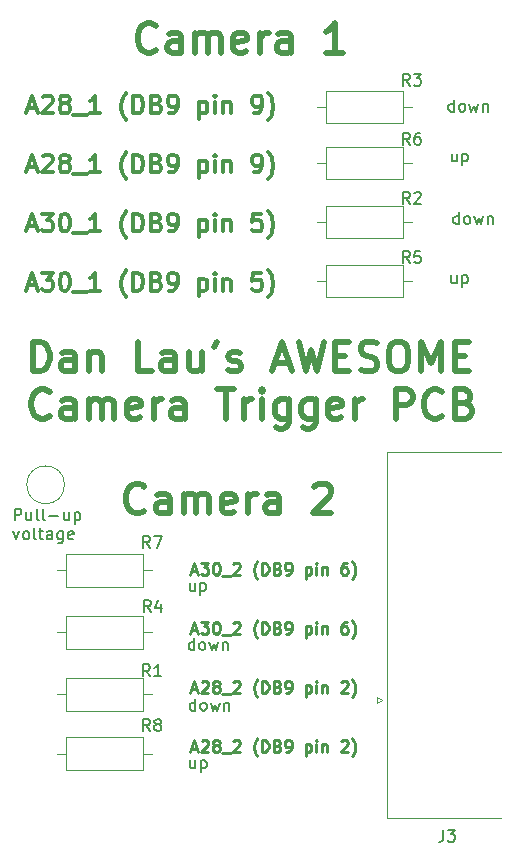
<source format=gto>
G04 #@! TF.GenerationSoftware,KiCad,Pcbnew,8.0.7*
G04 #@! TF.CreationDate,2024-12-31T17:31:26-05:00*
G04 #@! TF.ProjectId,LauCameraTrigger_MimasA7,4c617543-616d-4657-9261-547269676765,rev?*
G04 #@! TF.SameCoordinates,Original*
G04 #@! TF.FileFunction,Legend,Top*
G04 #@! TF.FilePolarity,Positive*
%FSLAX46Y46*%
G04 Gerber Fmt 4.6, Leading zero omitted, Abs format (unit mm)*
G04 Created by KiCad (PCBNEW 8.0.7) date 2024-12-31 17:31:26*
%MOMM*%
%LPD*%
G01*
G04 APERTURE LIST*
%ADD10C,0.200000*%
%ADD11C,0.500000*%
%ADD12C,0.250000*%
%ADD13C,0.300000*%
%ADD14C,0.150000*%
%ADD15C,0.120000*%
G04 APERTURE END LIST*
D10*
X66626538Y-108554579D02*
X66626538Y-109221246D01*
X66197967Y-108554579D02*
X66197967Y-109078388D01*
X66197967Y-109078388D02*
X66245586Y-109173627D01*
X66245586Y-109173627D02*
X66340824Y-109221246D01*
X66340824Y-109221246D02*
X66483681Y-109221246D01*
X66483681Y-109221246D02*
X66578919Y-109173627D01*
X66578919Y-109173627D02*
X66626538Y-109126007D01*
X67102729Y-108554579D02*
X67102729Y-109554579D01*
X67102729Y-108602198D02*
X67197967Y-108554579D01*
X67197967Y-108554579D02*
X67388443Y-108554579D01*
X67388443Y-108554579D02*
X67483681Y-108602198D01*
X67483681Y-108602198D02*
X67531300Y-108649817D01*
X67531300Y-108649817D02*
X67578919Y-108745055D01*
X67578919Y-108745055D02*
X67578919Y-109030769D01*
X67578919Y-109030769D02*
X67531300Y-109126007D01*
X67531300Y-109126007D02*
X67483681Y-109173627D01*
X67483681Y-109173627D02*
X67388443Y-109221246D01*
X67388443Y-109221246D02*
X67197967Y-109221246D01*
X67197967Y-109221246D02*
X67102729Y-109173627D01*
X66676676Y-123589159D02*
X66676676Y-124255826D01*
X66248105Y-123589159D02*
X66248105Y-124112968D01*
X66248105Y-124112968D02*
X66295724Y-124208207D01*
X66295724Y-124208207D02*
X66390962Y-124255826D01*
X66390962Y-124255826D02*
X66533819Y-124255826D01*
X66533819Y-124255826D02*
X66629057Y-124208207D01*
X66629057Y-124208207D02*
X66676676Y-124160587D01*
X67152867Y-123589159D02*
X67152867Y-124589159D01*
X67152867Y-123636778D02*
X67248105Y-123589159D01*
X67248105Y-123589159D02*
X67438581Y-123589159D01*
X67438581Y-123589159D02*
X67533819Y-123636778D01*
X67533819Y-123636778D02*
X67581438Y-123684397D01*
X67581438Y-123684397D02*
X67629057Y-123779635D01*
X67629057Y-123779635D02*
X67629057Y-124065349D01*
X67629057Y-124065349D02*
X67581438Y-124160587D01*
X67581438Y-124160587D02*
X67533819Y-124208207D01*
X67533819Y-124208207D02*
X67438581Y-124255826D01*
X67438581Y-124255826D02*
X67248105Y-124255826D01*
X67248105Y-124255826D02*
X67152867Y-124208207D01*
X66679931Y-119360684D02*
X66679931Y-118360684D01*
X66679931Y-119313065D02*
X66584693Y-119360684D01*
X66584693Y-119360684D02*
X66394217Y-119360684D01*
X66394217Y-119360684D02*
X66298979Y-119313065D01*
X66298979Y-119313065D02*
X66251360Y-119265445D01*
X66251360Y-119265445D02*
X66203741Y-119170207D01*
X66203741Y-119170207D02*
X66203741Y-118884493D01*
X66203741Y-118884493D02*
X66251360Y-118789255D01*
X66251360Y-118789255D02*
X66298979Y-118741636D01*
X66298979Y-118741636D02*
X66394217Y-118694017D01*
X66394217Y-118694017D02*
X66584693Y-118694017D01*
X66584693Y-118694017D02*
X66679931Y-118741636D01*
X67298979Y-119360684D02*
X67203741Y-119313065D01*
X67203741Y-119313065D02*
X67156122Y-119265445D01*
X67156122Y-119265445D02*
X67108503Y-119170207D01*
X67108503Y-119170207D02*
X67108503Y-118884493D01*
X67108503Y-118884493D02*
X67156122Y-118789255D01*
X67156122Y-118789255D02*
X67203741Y-118741636D01*
X67203741Y-118741636D02*
X67298979Y-118694017D01*
X67298979Y-118694017D02*
X67441836Y-118694017D01*
X67441836Y-118694017D02*
X67537074Y-118741636D01*
X67537074Y-118741636D02*
X67584693Y-118789255D01*
X67584693Y-118789255D02*
X67632312Y-118884493D01*
X67632312Y-118884493D02*
X67632312Y-119170207D01*
X67632312Y-119170207D02*
X67584693Y-119265445D01*
X67584693Y-119265445D02*
X67537074Y-119313065D01*
X67537074Y-119313065D02*
X67441836Y-119360684D01*
X67441836Y-119360684D02*
X67298979Y-119360684D01*
X67965646Y-118694017D02*
X68156122Y-119360684D01*
X68156122Y-119360684D02*
X68346598Y-118884493D01*
X68346598Y-118884493D02*
X68537074Y-119360684D01*
X68537074Y-119360684D02*
X68727550Y-118694017D01*
X69108503Y-118694017D02*
X69108503Y-119360684D01*
X69108503Y-118789255D02*
X69156122Y-118741636D01*
X69156122Y-118741636D02*
X69251360Y-118694017D01*
X69251360Y-118694017D02*
X69394217Y-118694017D01*
X69394217Y-118694017D02*
X69489455Y-118741636D01*
X69489455Y-118741636D02*
X69537074Y-118836874D01*
X69537074Y-118836874D02*
X69537074Y-119360684D01*
X66581833Y-114239989D02*
X66581833Y-113239989D01*
X66581833Y-114192370D02*
X66486595Y-114239989D01*
X66486595Y-114239989D02*
X66296119Y-114239989D01*
X66296119Y-114239989D02*
X66200881Y-114192370D01*
X66200881Y-114192370D02*
X66153262Y-114144750D01*
X66153262Y-114144750D02*
X66105643Y-114049512D01*
X66105643Y-114049512D02*
X66105643Y-113763798D01*
X66105643Y-113763798D02*
X66153262Y-113668560D01*
X66153262Y-113668560D02*
X66200881Y-113620941D01*
X66200881Y-113620941D02*
X66296119Y-113573322D01*
X66296119Y-113573322D02*
X66486595Y-113573322D01*
X66486595Y-113573322D02*
X66581833Y-113620941D01*
X67200881Y-114239989D02*
X67105643Y-114192370D01*
X67105643Y-114192370D02*
X67058024Y-114144750D01*
X67058024Y-114144750D02*
X67010405Y-114049512D01*
X67010405Y-114049512D02*
X67010405Y-113763798D01*
X67010405Y-113763798D02*
X67058024Y-113668560D01*
X67058024Y-113668560D02*
X67105643Y-113620941D01*
X67105643Y-113620941D02*
X67200881Y-113573322D01*
X67200881Y-113573322D02*
X67343738Y-113573322D01*
X67343738Y-113573322D02*
X67438976Y-113620941D01*
X67438976Y-113620941D02*
X67486595Y-113668560D01*
X67486595Y-113668560D02*
X67534214Y-113763798D01*
X67534214Y-113763798D02*
X67534214Y-114049512D01*
X67534214Y-114049512D02*
X67486595Y-114144750D01*
X67486595Y-114144750D02*
X67438976Y-114192370D01*
X67438976Y-114192370D02*
X67343738Y-114239989D01*
X67343738Y-114239989D02*
X67200881Y-114239989D01*
X67867548Y-113573322D02*
X68058024Y-114239989D01*
X68058024Y-114239989D02*
X68248500Y-113763798D01*
X68248500Y-113763798D02*
X68438976Y-114239989D01*
X68438976Y-114239989D02*
X68629452Y-113573322D01*
X69010405Y-113573322D02*
X69010405Y-114239989D01*
X69010405Y-113668560D02*
X69058024Y-113620941D01*
X69058024Y-113620941D02*
X69153262Y-113573322D01*
X69153262Y-113573322D02*
X69296119Y-113573322D01*
X69296119Y-113573322D02*
X69391357Y-113620941D01*
X69391357Y-113620941D02*
X69438976Y-113716179D01*
X69438976Y-113716179D02*
X69438976Y-114239989D01*
X88577982Y-68646957D02*
X88577982Y-67646957D01*
X88577982Y-68599338D02*
X88482744Y-68646957D01*
X88482744Y-68646957D02*
X88292268Y-68646957D01*
X88292268Y-68646957D02*
X88197030Y-68599338D01*
X88197030Y-68599338D02*
X88149411Y-68551718D01*
X88149411Y-68551718D02*
X88101792Y-68456480D01*
X88101792Y-68456480D02*
X88101792Y-68170766D01*
X88101792Y-68170766D02*
X88149411Y-68075528D01*
X88149411Y-68075528D02*
X88197030Y-68027909D01*
X88197030Y-68027909D02*
X88292268Y-67980290D01*
X88292268Y-67980290D02*
X88482744Y-67980290D01*
X88482744Y-67980290D02*
X88577982Y-68027909D01*
X89197030Y-68646957D02*
X89101792Y-68599338D01*
X89101792Y-68599338D02*
X89054173Y-68551718D01*
X89054173Y-68551718D02*
X89006554Y-68456480D01*
X89006554Y-68456480D02*
X89006554Y-68170766D01*
X89006554Y-68170766D02*
X89054173Y-68075528D01*
X89054173Y-68075528D02*
X89101792Y-68027909D01*
X89101792Y-68027909D02*
X89197030Y-67980290D01*
X89197030Y-67980290D02*
X89339887Y-67980290D01*
X89339887Y-67980290D02*
X89435125Y-68027909D01*
X89435125Y-68027909D02*
X89482744Y-68075528D01*
X89482744Y-68075528D02*
X89530363Y-68170766D01*
X89530363Y-68170766D02*
X89530363Y-68456480D01*
X89530363Y-68456480D02*
X89482744Y-68551718D01*
X89482744Y-68551718D02*
X89435125Y-68599338D01*
X89435125Y-68599338D02*
X89339887Y-68646957D01*
X89339887Y-68646957D02*
X89197030Y-68646957D01*
X89863697Y-67980290D02*
X90054173Y-68646957D01*
X90054173Y-68646957D02*
X90244649Y-68170766D01*
X90244649Y-68170766D02*
X90435125Y-68646957D01*
X90435125Y-68646957D02*
X90625601Y-67980290D01*
X91006554Y-67980290D02*
X91006554Y-68646957D01*
X91006554Y-68075528D02*
X91054173Y-68027909D01*
X91054173Y-68027909D02*
X91149411Y-67980290D01*
X91149411Y-67980290D02*
X91292268Y-67980290D01*
X91292268Y-67980290D02*
X91387506Y-68027909D01*
X91387506Y-68027909D02*
X91435125Y-68123147D01*
X91435125Y-68123147D02*
X91435125Y-68646957D01*
X88798244Y-72200552D02*
X88798244Y-72867219D01*
X88369673Y-72200552D02*
X88369673Y-72724361D01*
X88369673Y-72724361D02*
X88417292Y-72819600D01*
X88417292Y-72819600D02*
X88512530Y-72867219D01*
X88512530Y-72867219D02*
X88655387Y-72867219D01*
X88655387Y-72867219D02*
X88750625Y-72819600D01*
X88750625Y-72819600D02*
X88798244Y-72771980D01*
X89274435Y-72200552D02*
X89274435Y-73200552D01*
X89274435Y-72248171D02*
X89369673Y-72200552D01*
X89369673Y-72200552D02*
X89560149Y-72200552D01*
X89560149Y-72200552D02*
X89655387Y-72248171D01*
X89655387Y-72248171D02*
X89703006Y-72295790D01*
X89703006Y-72295790D02*
X89750625Y-72391028D01*
X89750625Y-72391028D02*
X89750625Y-72676742D01*
X89750625Y-72676742D02*
X89703006Y-72771980D01*
X89703006Y-72771980D02*
X89655387Y-72819600D01*
X89655387Y-72819600D02*
X89560149Y-72867219D01*
X89560149Y-72867219D02*
X89369673Y-72867219D01*
X89369673Y-72867219D02*
X89274435Y-72819600D01*
X88792846Y-82519424D02*
X88792846Y-83186091D01*
X88364275Y-82519424D02*
X88364275Y-83043233D01*
X88364275Y-83043233D02*
X88411894Y-83138472D01*
X88411894Y-83138472D02*
X88507132Y-83186091D01*
X88507132Y-83186091D02*
X88649989Y-83186091D01*
X88649989Y-83186091D02*
X88745227Y-83138472D01*
X88745227Y-83138472D02*
X88792846Y-83090852D01*
X89269037Y-82519424D02*
X89269037Y-83519424D01*
X89269037Y-82567043D02*
X89364275Y-82519424D01*
X89364275Y-82519424D02*
X89554751Y-82519424D01*
X89554751Y-82519424D02*
X89649989Y-82567043D01*
X89649989Y-82567043D02*
X89697608Y-82614662D01*
X89697608Y-82614662D02*
X89745227Y-82709900D01*
X89745227Y-82709900D02*
X89745227Y-82995614D01*
X89745227Y-82995614D02*
X89697608Y-83090852D01*
X89697608Y-83090852D02*
X89649989Y-83138472D01*
X89649989Y-83138472D02*
X89554751Y-83186091D01*
X89554751Y-83186091D02*
X89364275Y-83186091D01*
X89364275Y-83186091D02*
X89269037Y-83138472D01*
X51369673Y-103257275D02*
X51369673Y-102257275D01*
X51369673Y-102257275D02*
X51750625Y-102257275D01*
X51750625Y-102257275D02*
X51845863Y-102304894D01*
X51845863Y-102304894D02*
X51893482Y-102352513D01*
X51893482Y-102352513D02*
X51941101Y-102447751D01*
X51941101Y-102447751D02*
X51941101Y-102590608D01*
X51941101Y-102590608D02*
X51893482Y-102685846D01*
X51893482Y-102685846D02*
X51845863Y-102733465D01*
X51845863Y-102733465D02*
X51750625Y-102781084D01*
X51750625Y-102781084D02*
X51369673Y-102781084D01*
X52798244Y-102590608D02*
X52798244Y-103257275D01*
X52369673Y-102590608D02*
X52369673Y-103114417D01*
X52369673Y-103114417D02*
X52417292Y-103209656D01*
X52417292Y-103209656D02*
X52512530Y-103257275D01*
X52512530Y-103257275D02*
X52655387Y-103257275D01*
X52655387Y-103257275D02*
X52750625Y-103209656D01*
X52750625Y-103209656D02*
X52798244Y-103162036D01*
X53417292Y-103257275D02*
X53322054Y-103209656D01*
X53322054Y-103209656D02*
X53274435Y-103114417D01*
X53274435Y-103114417D02*
X53274435Y-102257275D01*
X53941102Y-103257275D02*
X53845864Y-103209656D01*
X53845864Y-103209656D02*
X53798245Y-103114417D01*
X53798245Y-103114417D02*
X53798245Y-102257275D01*
X54322055Y-102876322D02*
X55083960Y-102876322D01*
X55988721Y-102590608D02*
X55988721Y-103257275D01*
X55560150Y-102590608D02*
X55560150Y-103114417D01*
X55560150Y-103114417D02*
X55607769Y-103209656D01*
X55607769Y-103209656D02*
X55703007Y-103257275D01*
X55703007Y-103257275D02*
X55845864Y-103257275D01*
X55845864Y-103257275D02*
X55941102Y-103209656D01*
X55941102Y-103209656D02*
X55988721Y-103162036D01*
X56464912Y-102590608D02*
X56464912Y-103590608D01*
X56464912Y-102638227D02*
X56560150Y-102590608D01*
X56560150Y-102590608D02*
X56750626Y-102590608D01*
X56750626Y-102590608D02*
X56845864Y-102638227D01*
X56845864Y-102638227D02*
X56893483Y-102685846D01*
X56893483Y-102685846D02*
X56941102Y-102781084D01*
X56941102Y-102781084D02*
X56941102Y-103066798D01*
X56941102Y-103066798D02*
X56893483Y-103162036D01*
X56893483Y-103162036D02*
X56845864Y-103209656D01*
X56845864Y-103209656D02*
X56750626Y-103257275D01*
X56750626Y-103257275D02*
X56560150Y-103257275D01*
X56560150Y-103257275D02*
X56464912Y-103209656D01*
X51274435Y-104200552D02*
X51512530Y-104867219D01*
X51512530Y-104867219D02*
X51750625Y-104200552D01*
X52274435Y-104867219D02*
X52179197Y-104819600D01*
X52179197Y-104819600D02*
X52131578Y-104771980D01*
X52131578Y-104771980D02*
X52083959Y-104676742D01*
X52083959Y-104676742D02*
X52083959Y-104391028D01*
X52083959Y-104391028D02*
X52131578Y-104295790D01*
X52131578Y-104295790D02*
X52179197Y-104248171D01*
X52179197Y-104248171D02*
X52274435Y-104200552D01*
X52274435Y-104200552D02*
X52417292Y-104200552D01*
X52417292Y-104200552D02*
X52512530Y-104248171D01*
X52512530Y-104248171D02*
X52560149Y-104295790D01*
X52560149Y-104295790D02*
X52607768Y-104391028D01*
X52607768Y-104391028D02*
X52607768Y-104676742D01*
X52607768Y-104676742D02*
X52560149Y-104771980D01*
X52560149Y-104771980D02*
X52512530Y-104819600D01*
X52512530Y-104819600D02*
X52417292Y-104867219D01*
X52417292Y-104867219D02*
X52274435Y-104867219D01*
X53179197Y-104867219D02*
X53083959Y-104819600D01*
X53083959Y-104819600D02*
X53036340Y-104724361D01*
X53036340Y-104724361D02*
X53036340Y-103867219D01*
X53417293Y-104200552D02*
X53798245Y-104200552D01*
X53560150Y-103867219D02*
X53560150Y-104724361D01*
X53560150Y-104724361D02*
X53607769Y-104819600D01*
X53607769Y-104819600D02*
X53703007Y-104867219D01*
X53703007Y-104867219D02*
X53798245Y-104867219D01*
X54560150Y-104867219D02*
X54560150Y-104343409D01*
X54560150Y-104343409D02*
X54512531Y-104248171D01*
X54512531Y-104248171D02*
X54417293Y-104200552D01*
X54417293Y-104200552D02*
X54226817Y-104200552D01*
X54226817Y-104200552D02*
X54131579Y-104248171D01*
X54560150Y-104819600D02*
X54464912Y-104867219D01*
X54464912Y-104867219D02*
X54226817Y-104867219D01*
X54226817Y-104867219D02*
X54131579Y-104819600D01*
X54131579Y-104819600D02*
X54083960Y-104724361D01*
X54083960Y-104724361D02*
X54083960Y-104629123D01*
X54083960Y-104629123D02*
X54131579Y-104533885D01*
X54131579Y-104533885D02*
X54226817Y-104486266D01*
X54226817Y-104486266D02*
X54464912Y-104486266D01*
X54464912Y-104486266D02*
X54560150Y-104438647D01*
X55464912Y-104200552D02*
X55464912Y-105010076D01*
X55464912Y-105010076D02*
X55417293Y-105105314D01*
X55417293Y-105105314D02*
X55369674Y-105152933D01*
X55369674Y-105152933D02*
X55274436Y-105200552D01*
X55274436Y-105200552D02*
X55131579Y-105200552D01*
X55131579Y-105200552D02*
X55036341Y-105152933D01*
X55464912Y-104819600D02*
X55369674Y-104867219D01*
X55369674Y-104867219D02*
X55179198Y-104867219D01*
X55179198Y-104867219D02*
X55083960Y-104819600D01*
X55083960Y-104819600D02*
X55036341Y-104771980D01*
X55036341Y-104771980D02*
X54988722Y-104676742D01*
X54988722Y-104676742D02*
X54988722Y-104391028D01*
X54988722Y-104391028D02*
X55036341Y-104295790D01*
X55036341Y-104295790D02*
X55083960Y-104248171D01*
X55083960Y-104248171D02*
X55179198Y-104200552D01*
X55179198Y-104200552D02*
X55369674Y-104200552D01*
X55369674Y-104200552D02*
X55464912Y-104248171D01*
X56322055Y-104819600D02*
X56226817Y-104867219D01*
X56226817Y-104867219D02*
X56036341Y-104867219D01*
X56036341Y-104867219D02*
X55941103Y-104819600D01*
X55941103Y-104819600D02*
X55893484Y-104724361D01*
X55893484Y-104724361D02*
X55893484Y-104343409D01*
X55893484Y-104343409D02*
X55941103Y-104248171D01*
X55941103Y-104248171D02*
X56036341Y-104200552D01*
X56036341Y-104200552D02*
X56226817Y-104200552D01*
X56226817Y-104200552D02*
X56322055Y-104248171D01*
X56322055Y-104248171D02*
X56369674Y-104343409D01*
X56369674Y-104343409D02*
X56369674Y-104438647D01*
X56369674Y-104438647D02*
X55893484Y-104533885D01*
D11*
X62352756Y-102429952D02*
X62233708Y-102549000D01*
X62233708Y-102549000D02*
X61876566Y-102668047D01*
X61876566Y-102668047D02*
X61638470Y-102668047D01*
X61638470Y-102668047D02*
X61281327Y-102549000D01*
X61281327Y-102549000D02*
X61043232Y-102310904D01*
X61043232Y-102310904D02*
X60924185Y-102072809D01*
X60924185Y-102072809D02*
X60805137Y-101596619D01*
X60805137Y-101596619D02*
X60805137Y-101239476D01*
X60805137Y-101239476D02*
X60924185Y-100763285D01*
X60924185Y-100763285D02*
X61043232Y-100525190D01*
X61043232Y-100525190D02*
X61281327Y-100287095D01*
X61281327Y-100287095D02*
X61638470Y-100168047D01*
X61638470Y-100168047D02*
X61876566Y-100168047D01*
X61876566Y-100168047D02*
X62233708Y-100287095D01*
X62233708Y-100287095D02*
X62352756Y-100406142D01*
X64495613Y-102668047D02*
X64495613Y-101358523D01*
X64495613Y-101358523D02*
X64376566Y-101120428D01*
X64376566Y-101120428D02*
X64138470Y-101001380D01*
X64138470Y-101001380D02*
X63662280Y-101001380D01*
X63662280Y-101001380D02*
X63424185Y-101120428D01*
X64495613Y-102549000D02*
X64257518Y-102668047D01*
X64257518Y-102668047D02*
X63662280Y-102668047D01*
X63662280Y-102668047D02*
X63424185Y-102549000D01*
X63424185Y-102549000D02*
X63305137Y-102310904D01*
X63305137Y-102310904D02*
X63305137Y-102072809D01*
X63305137Y-102072809D02*
X63424185Y-101834714D01*
X63424185Y-101834714D02*
X63662280Y-101715666D01*
X63662280Y-101715666D02*
X64257518Y-101715666D01*
X64257518Y-101715666D02*
X64495613Y-101596619D01*
X65686090Y-102668047D02*
X65686090Y-101001380D01*
X65686090Y-101239476D02*
X65805137Y-101120428D01*
X65805137Y-101120428D02*
X66043232Y-101001380D01*
X66043232Y-101001380D02*
X66400375Y-101001380D01*
X66400375Y-101001380D02*
X66638471Y-101120428D01*
X66638471Y-101120428D02*
X66757518Y-101358523D01*
X66757518Y-101358523D02*
X66757518Y-102668047D01*
X66757518Y-101358523D02*
X66876566Y-101120428D01*
X66876566Y-101120428D02*
X67114661Y-101001380D01*
X67114661Y-101001380D02*
X67471804Y-101001380D01*
X67471804Y-101001380D02*
X67709899Y-101120428D01*
X67709899Y-101120428D02*
X67828947Y-101358523D01*
X67828947Y-101358523D02*
X67828947Y-102668047D01*
X69971804Y-102549000D02*
X69733708Y-102668047D01*
X69733708Y-102668047D02*
X69257518Y-102668047D01*
X69257518Y-102668047D02*
X69019423Y-102549000D01*
X69019423Y-102549000D02*
X68900375Y-102310904D01*
X68900375Y-102310904D02*
X68900375Y-101358523D01*
X68900375Y-101358523D02*
X69019423Y-101120428D01*
X69019423Y-101120428D02*
X69257518Y-101001380D01*
X69257518Y-101001380D02*
X69733708Y-101001380D01*
X69733708Y-101001380D02*
X69971804Y-101120428D01*
X69971804Y-101120428D02*
X70090851Y-101358523D01*
X70090851Y-101358523D02*
X70090851Y-101596619D01*
X70090851Y-101596619D02*
X68900375Y-101834714D01*
X71162280Y-102668047D02*
X71162280Y-101001380D01*
X71162280Y-101477571D02*
X71281327Y-101239476D01*
X71281327Y-101239476D02*
X71400375Y-101120428D01*
X71400375Y-101120428D02*
X71638470Y-101001380D01*
X71638470Y-101001380D02*
X71876565Y-101001380D01*
X73781327Y-102668047D02*
X73781327Y-101358523D01*
X73781327Y-101358523D02*
X73662280Y-101120428D01*
X73662280Y-101120428D02*
X73424184Y-101001380D01*
X73424184Y-101001380D02*
X72947994Y-101001380D01*
X72947994Y-101001380D02*
X72709899Y-101120428D01*
X73781327Y-102549000D02*
X73543232Y-102668047D01*
X73543232Y-102668047D02*
X72947994Y-102668047D01*
X72947994Y-102668047D02*
X72709899Y-102549000D01*
X72709899Y-102549000D02*
X72590851Y-102310904D01*
X72590851Y-102310904D02*
X72590851Y-102072809D01*
X72590851Y-102072809D02*
X72709899Y-101834714D01*
X72709899Y-101834714D02*
X72947994Y-101715666D01*
X72947994Y-101715666D02*
X73543232Y-101715666D01*
X73543232Y-101715666D02*
X73781327Y-101596619D01*
X76757518Y-100406142D02*
X76876566Y-100287095D01*
X76876566Y-100287095D02*
X77114661Y-100168047D01*
X77114661Y-100168047D02*
X77709899Y-100168047D01*
X77709899Y-100168047D02*
X77947994Y-100287095D01*
X77947994Y-100287095D02*
X78067042Y-100406142D01*
X78067042Y-100406142D02*
X78186089Y-100644238D01*
X78186089Y-100644238D02*
X78186089Y-100882333D01*
X78186089Y-100882333D02*
X78067042Y-101239476D01*
X78067042Y-101239476D02*
X76638470Y-102668047D01*
X76638470Y-102668047D02*
X78186089Y-102668047D01*
X52924185Y-90643187D02*
X52924185Y-88143187D01*
X52924185Y-88143187D02*
X53519423Y-88143187D01*
X53519423Y-88143187D02*
X53876566Y-88262235D01*
X53876566Y-88262235D02*
X54114661Y-88500330D01*
X54114661Y-88500330D02*
X54233708Y-88738425D01*
X54233708Y-88738425D02*
X54352756Y-89214616D01*
X54352756Y-89214616D02*
X54352756Y-89571759D01*
X54352756Y-89571759D02*
X54233708Y-90047949D01*
X54233708Y-90047949D02*
X54114661Y-90286044D01*
X54114661Y-90286044D02*
X53876566Y-90524140D01*
X53876566Y-90524140D02*
X53519423Y-90643187D01*
X53519423Y-90643187D02*
X52924185Y-90643187D01*
X56495613Y-90643187D02*
X56495613Y-89333663D01*
X56495613Y-89333663D02*
X56376566Y-89095568D01*
X56376566Y-89095568D02*
X56138470Y-88976520D01*
X56138470Y-88976520D02*
X55662280Y-88976520D01*
X55662280Y-88976520D02*
X55424185Y-89095568D01*
X56495613Y-90524140D02*
X56257518Y-90643187D01*
X56257518Y-90643187D02*
X55662280Y-90643187D01*
X55662280Y-90643187D02*
X55424185Y-90524140D01*
X55424185Y-90524140D02*
X55305137Y-90286044D01*
X55305137Y-90286044D02*
X55305137Y-90047949D01*
X55305137Y-90047949D02*
X55424185Y-89809854D01*
X55424185Y-89809854D02*
X55662280Y-89690806D01*
X55662280Y-89690806D02*
X56257518Y-89690806D01*
X56257518Y-89690806D02*
X56495613Y-89571759D01*
X57686090Y-88976520D02*
X57686090Y-90643187D01*
X57686090Y-89214616D02*
X57805137Y-89095568D01*
X57805137Y-89095568D02*
X58043232Y-88976520D01*
X58043232Y-88976520D02*
X58400375Y-88976520D01*
X58400375Y-88976520D02*
X58638471Y-89095568D01*
X58638471Y-89095568D02*
X58757518Y-89333663D01*
X58757518Y-89333663D02*
X58757518Y-90643187D01*
X63043233Y-90643187D02*
X61852757Y-90643187D01*
X61852757Y-90643187D02*
X61852757Y-88143187D01*
X64947995Y-90643187D02*
X64947995Y-89333663D01*
X64947995Y-89333663D02*
X64828948Y-89095568D01*
X64828948Y-89095568D02*
X64590852Y-88976520D01*
X64590852Y-88976520D02*
X64114662Y-88976520D01*
X64114662Y-88976520D02*
X63876567Y-89095568D01*
X64947995Y-90524140D02*
X64709900Y-90643187D01*
X64709900Y-90643187D02*
X64114662Y-90643187D01*
X64114662Y-90643187D02*
X63876567Y-90524140D01*
X63876567Y-90524140D02*
X63757519Y-90286044D01*
X63757519Y-90286044D02*
X63757519Y-90047949D01*
X63757519Y-90047949D02*
X63876567Y-89809854D01*
X63876567Y-89809854D02*
X64114662Y-89690806D01*
X64114662Y-89690806D02*
X64709900Y-89690806D01*
X64709900Y-89690806D02*
X64947995Y-89571759D01*
X67209900Y-88976520D02*
X67209900Y-90643187D01*
X66138472Y-88976520D02*
X66138472Y-90286044D01*
X66138472Y-90286044D02*
X66257519Y-90524140D01*
X66257519Y-90524140D02*
X66495614Y-90643187D01*
X66495614Y-90643187D02*
X66852757Y-90643187D01*
X66852757Y-90643187D02*
X67090853Y-90524140D01*
X67090853Y-90524140D02*
X67209900Y-90405092D01*
X68519424Y-88143187D02*
X68281329Y-88619378D01*
X69471805Y-90524140D02*
X69709900Y-90643187D01*
X69709900Y-90643187D02*
X70186091Y-90643187D01*
X70186091Y-90643187D02*
X70424186Y-90524140D01*
X70424186Y-90524140D02*
X70543234Y-90286044D01*
X70543234Y-90286044D02*
X70543234Y-90166997D01*
X70543234Y-90166997D02*
X70424186Y-89928901D01*
X70424186Y-89928901D02*
X70186091Y-89809854D01*
X70186091Y-89809854D02*
X69828948Y-89809854D01*
X69828948Y-89809854D02*
X69590853Y-89690806D01*
X69590853Y-89690806D02*
X69471805Y-89452711D01*
X69471805Y-89452711D02*
X69471805Y-89333663D01*
X69471805Y-89333663D02*
X69590853Y-89095568D01*
X69590853Y-89095568D02*
X69828948Y-88976520D01*
X69828948Y-88976520D02*
X70186091Y-88976520D01*
X70186091Y-88976520D02*
X70424186Y-89095568D01*
X73400377Y-89928901D02*
X74590853Y-89928901D01*
X73162282Y-90643187D02*
X73995615Y-88143187D01*
X73995615Y-88143187D02*
X74828948Y-90643187D01*
X75424186Y-88143187D02*
X76019424Y-90643187D01*
X76019424Y-90643187D02*
X76495615Y-88857473D01*
X76495615Y-88857473D02*
X76971805Y-90643187D01*
X76971805Y-90643187D02*
X77567044Y-88143187D01*
X78519425Y-89333663D02*
X79352758Y-89333663D01*
X79709901Y-90643187D02*
X78519425Y-90643187D01*
X78519425Y-90643187D02*
X78519425Y-88143187D01*
X78519425Y-88143187D02*
X79709901Y-88143187D01*
X80662282Y-90524140D02*
X81019425Y-90643187D01*
X81019425Y-90643187D02*
X81614663Y-90643187D01*
X81614663Y-90643187D02*
X81852758Y-90524140D01*
X81852758Y-90524140D02*
X81971806Y-90405092D01*
X81971806Y-90405092D02*
X82090853Y-90166997D01*
X82090853Y-90166997D02*
X82090853Y-89928901D01*
X82090853Y-89928901D02*
X81971806Y-89690806D01*
X81971806Y-89690806D02*
X81852758Y-89571759D01*
X81852758Y-89571759D02*
X81614663Y-89452711D01*
X81614663Y-89452711D02*
X81138472Y-89333663D01*
X81138472Y-89333663D02*
X80900377Y-89214616D01*
X80900377Y-89214616D02*
X80781330Y-89095568D01*
X80781330Y-89095568D02*
X80662282Y-88857473D01*
X80662282Y-88857473D02*
X80662282Y-88619378D01*
X80662282Y-88619378D02*
X80781330Y-88381282D01*
X80781330Y-88381282D02*
X80900377Y-88262235D01*
X80900377Y-88262235D02*
X81138472Y-88143187D01*
X81138472Y-88143187D02*
X81733711Y-88143187D01*
X81733711Y-88143187D02*
X82090853Y-88262235D01*
X83638472Y-88143187D02*
X84114663Y-88143187D01*
X84114663Y-88143187D02*
X84352758Y-88262235D01*
X84352758Y-88262235D02*
X84590853Y-88500330D01*
X84590853Y-88500330D02*
X84709901Y-88976520D01*
X84709901Y-88976520D02*
X84709901Y-89809854D01*
X84709901Y-89809854D02*
X84590853Y-90286044D01*
X84590853Y-90286044D02*
X84352758Y-90524140D01*
X84352758Y-90524140D02*
X84114663Y-90643187D01*
X84114663Y-90643187D02*
X83638472Y-90643187D01*
X83638472Y-90643187D02*
X83400377Y-90524140D01*
X83400377Y-90524140D02*
X83162282Y-90286044D01*
X83162282Y-90286044D02*
X83043234Y-89809854D01*
X83043234Y-89809854D02*
X83043234Y-88976520D01*
X83043234Y-88976520D02*
X83162282Y-88500330D01*
X83162282Y-88500330D02*
X83400377Y-88262235D01*
X83400377Y-88262235D02*
X83638472Y-88143187D01*
X85781330Y-90643187D02*
X85781330Y-88143187D01*
X85781330Y-88143187D02*
X86614663Y-89928901D01*
X86614663Y-89928901D02*
X87447996Y-88143187D01*
X87447996Y-88143187D02*
X87447996Y-90643187D01*
X88638473Y-89333663D02*
X89471806Y-89333663D01*
X89828949Y-90643187D02*
X88638473Y-90643187D01*
X88638473Y-90643187D02*
X88638473Y-88143187D01*
X88638473Y-88143187D02*
X89828949Y-88143187D01*
X54352756Y-94429952D02*
X54233708Y-94549000D01*
X54233708Y-94549000D02*
X53876566Y-94668047D01*
X53876566Y-94668047D02*
X53638470Y-94668047D01*
X53638470Y-94668047D02*
X53281327Y-94549000D01*
X53281327Y-94549000D02*
X53043232Y-94310904D01*
X53043232Y-94310904D02*
X52924185Y-94072809D01*
X52924185Y-94072809D02*
X52805137Y-93596619D01*
X52805137Y-93596619D02*
X52805137Y-93239476D01*
X52805137Y-93239476D02*
X52924185Y-92763285D01*
X52924185Y-92763285D02*
X53043232Y-92525190D01*
X53043232Y-92525190D02*
X53281327Y-92287095D01*
X53281327Y-92287095D02*
X53638470Y-92168047D01*
X53638470Y-92168047D02*
X53876566Y-92168047D01*
X53876566Y-92168047D02*
X54233708Y-92287095D01*
X54233708Y-92287095D02*
X54352756Y-92406142D01*
X56495613Y-94668047D02*
X56495613Y-93358523D01*
X56495613Y-93358523D02*
X56376566Y-93120428D01*
X56376566Y-93120428D02*
X56138470Y-93001380D01*
X56138470Y-93001380D02*
X55662280Y-93001380D01*
X55662280Y-93001380D02*
X55424185Y-93120428D01*
X56495613Y-94549000D02*
X56257518Y-94668047D01*
X56257518Y-94668047D02*
X55662280Y-94668047D01*
X55662280Y-94668047D02*
X55424185Y-94549000D01*
X55424185Y-94549000D02*
X55305137Y-94310904D01*
X55305137Y-94310904D02*
X55305137Y-94072809D01*
X55305137Y-94072809D02*
X55424185Y-93834714D01*
X55424185Y-93834714D02*
X55662280Y-93715666D01*
X55662280Y-93715666D02*
X56257518Y-93715666D01*
X56257518Y-93715666D02*
X56495613Y-93596619D01*
X57686090Y-94668047D02*
X57686090Y-93001380D01*
X57686090Y-93239476D02*
X57805137Y-93120428D01*
X57805137Y-93120428D02*
X58043232Y-93001380D01*
X58043232Y-93001380D02*
X58400375Y-93001380D01*
X58400375Y-93001380D02*
X58638471Y-93120428D01*
X58638471Y-93120428D02*
X58757518Y-93358523D01*
X58757518Y-93358523D02*
X58757518Y-94668047D01*
X58757518Y-93358523D02*
X58876566Y-93120428D01*
X58876566Y-93120428D02*
X59114661Y-93001380D01*
X59114661Y-93001380D02*
X59471804Y-93001380D01*
X59471804Y-93001380D02*
X59709899Y-93120428D01*
X59709899Y-93120428D02*
X59828947Y-93358523D01*
X59828947Y-93358523D02*
X59828947Y-94668047D01*
X61971804Y-94549000D02*
X61733708Y-94668047D01*
X61733708Y-94668047D02*
X61257518Y-94668047D01*
X61257518Y-94668047D02*
X61019423Y-94549000D01*
X61019423Y-94549000D02*
X60900375Y-94310904D01*
X60900375Y-94310904D02*
X60900375Y-93358523D01*
X60900375Y-93358523D02*
X61019423Y-93120428D01*
X61019423Y-93120428D02*
X61257518Y-93001380D01*
X61257518Y-93001380D02*
X61733708Y-93001380D01*
X61733708Y-93001380D02*
X61971804Y-93120428D01*
X61971804Y-93120428D02*
X62090851Y-93358523D01*
X62090851Y-93358523D02*
X62090851Y-93596619D01*
X62090851Y-93596619D02*
X60900375Y-93834714D01*
X63162280Y-94668047D02*
X63162280Y-93001380D01*
X63162280Y-93477571D02*
X63281327Y-93239476D01*
X63281327Y-93239476D02*
X63400375Y-93120428D01*
X63400375Y-93120428D02*
X63638470Y-93001380D01*
X63638470Y-93001380D02*
X63876565Y-93001380D01*
X65781327Y-94668047D02*
X65781327Y-93358523D01*
X65781327Y-93358523D02*
X65662280Y-93120428D01*
X65662280Y-93120428D02*
X65424184Y-93001380D01*
X65424184Y-93001380D02*
X64947994Y-93001380D01*
X64947994Y-93001380D02*
X64709899Y-93120428D01*
X65781327Y-94549000D02*
X65543232Y-94668047D01*
X65543232Y-94668047D02*
X64947994Y-94668047D01*
X64947994Y-94668047D02*
X64709899Y-94549000D01*
X64709899Y-94549000D02*
X64590851Y-94310904D01*
X64590851Y-94310904D02*
X64590851Y-94072809D01*
X64590851Y-94072809D02*
X64709899Y-93834714D01*
X64709899Y-93834714D02*
X64947994Y-93715666D01*
X64947994Y-93715666D02*
X65543232Y-93715666D01*
X65543232Y-93715666D02*
X65781327Y-93596619D01*
X68519423Y-92168047D02*
X69947994Y-92168047D01*
X69233708Y-94668047D02*
X69233708Y-92168047D01*
X70781328Y-94668047D02*
X70781328Y-93001380D01*
X70781328Y-93477571D02*
X70900375Y-93239476D01*
X70900375Y-93239476D02*
X71019423Y-93120428D01*
X71019423Y-93120428D02*
X71257518Y-93001380D01*
X71257518Y-93001380D02*
X71495613Y-93001380D01*
X72328947Y-94668047D02*
X72328947Y-93001380D01*
X72328947Y-92168047D02*
X72209899Y-92287095D01*
X72209899Y-92287095D02*
X72328947Y-92406142D01*
X72328947Y-92406142D02*
X72447994Y-92287095D01*
X72447994Y-92287095D02*
X72328947Y-92168047D01*
X72328947Y-92168047D02*
X72328947Y-92406142D01*
X74590851Y-93001380D02*
X74590851Y-95025190D01*
X74590851Y-95025190D02*
X74471804Y-95263285D01*
X74471804Y-95263285D02*
X74352756Y-95382333D01*
X74352756Y-95382333D02*
X74114661Y-95501380D01*
X74114661Y-95501380D02*
X73757518Y-95501380D01*
X73757518Y-95501380D02*
X73519423Y-95382333D01*
X74590851Y-94549000D02*
X74352756Y-94668047D01*
X74352756Y-94668047D02*
X73876565Y-94668047D01*
X73876565Y-94668047D02*
X73638470Y-94549000D01*
X73638470Y-94549000D02*
X73519423Y-94429952D01*
X73519423Y-94429952D02*
X73400375Y-94191857D01*
X73400375Y-94191857D02*
X73400375Y-93477571D01*
X73400375Y-93477571D02*
X73519423Y-93239476D01*
X73519423Y-93239476D02*
X73638470Y-93120428D01*
X73638470Y-93120428D02*
X73876565Y-93001380D01*
X73876565Y-93001380D02*
X74352756Y-93001380D01*
X74352756Y-93001380D02*
X74590851Y-93120428D01*
X76852756Y-93001380D02*
X76852756Y-95025190D01*
X76852756Y-95025190D02*
X76733709Y-95263285D01*
X76733709Y-95263285D02*
X76614661Y-95382333D01*
X76614661Y-95382333D02*
X76376566Y-95501380D01*
X76376566Y-95501380D02*
X76019423Y-95501380D01*
X76019423Y-95501380D02*
X75781328Y-95382333D01*
X76852756Y-94549000D02*
X76614661Y-94668047D01*
X76614661Y-94668047D02*
X76138470Y-94668047D01*
X76138470Y-94668047D02*
X75900375Y-94549000D01*
X75900375Y-94549000D02*
X75781328Y-94429952D01*
X75781328Y-94429952D02*
X75662280Y-94191857D01*
X75662280Y-94191857D02*
X75662280Y-93477571D01*
X75662280Y-93477571D02*
X75781328Y-93239476D01*
X75781328Y-93239476D02*
X75900375Y-93120428D01*
X75900375Y-93120428D02*
X76138470Y-93001380D01*
X76138470Y-93001380D02*
X76614661Y-93001380D01*
X76614661Y-93001380D02*
X76852756Y-93120428D01*
X78995614Y-94549000D02*
X78757518Y-94668047D01*
X78757518Y-94668047D02*
X78281328Y-94668047D01*
X78281328Y-94668047D02*
X78043233Y-94549000D01*
X78043233Y-94549000D02*
X77924185Y-94310904D01*
X77924185Y-94310904D02*
X77924185Y-93358523D01*
X77924185Y-93358523D02*
X78043233Y-93120428D01*
X78043233Y-93120428D02*
X78281328Y-93001380D01*
X78281328Y-93001380D02*
X78757518Y-93001380D01*
X78757518Y-93001380D02*
X78995614Y-93120428D01*
X78995614Y-93120428D02*
X79114661Y-93358523D01*
X79114661Y-93358523D02*
X79114661Y-93596619D01*
X79114661Y-93596619D02*
X77924185Y-93834714D01*
X80186090Y-94668047D02*
X80186090Y-93001380D01*
X80186090Y-93477571D02*
X80305137Y-93239476D01*
X80305137Y-93239476D02*
X80424185Y-93120428D01*
X80424185Y-93120428D02*
X80662280Y-93001380D01*
X80662280Y-93001380D02*
X80900375Y-93001380D01*
X83638471Y-94668047D02*
X83638471Y-92168047D01*
X83638471Y-92168047D02*
X84590852Y-92168047D01*
X84590852Y-92168047D02*
X84828947Y-92287095D01*
X84828947Y-92287095D02*
X84947994Y-92406142D01*
X84947994Y-92406142D02*
X85067042Y-92644238D01*
X85067042Y-92644238D02*
X85067042Y-93001380D01*
X85067042Y-93001380D02*
X84947994Y-93239476D01*
X84947994Y-93239476D02*
X84828947Y-93358523D01*
X84828947Y-93358523D02*
X84590852Y-93477571D01*
X84590852Y-93477571D02*
X83638471Y-93477571D01*
X87567042Y-94429952D02*
X87447994Y-94549000D01*
X87447994Y-94549000D02*
X87090852Y-94668047D01*
X87090852Y-94668047D02*
X86852756Y-94668047D01*
X86852756Y-94668047D02*
X86495613Y-94549000D01*
X86495613Y-94549000D02*
X86257518Y-94310904D01*
X86257518Y-94310904D02*
X86138471Y-94072809D01*
X86138471Y-94072809D02*
X86019423Y-93596619D01*
X86019423Y-93596619D02*
X86019423Y-93239476D01*
X86019423Y-93239476D02*
X86138471Y-92763285D01*
X86138471Y-92763285D02*
X86257518Y-92525190D01*
X86257518Y-92525190D02*
X86495613Y-92287095D01*
X86495613Y-92287095D02*
X86852756Y-92168047D01*
X86852756Y-92168047D02*
X87090852Y-92168047D01*
X87090852Y-92168047D02*
X87447994Y-92287095D01*
X87447994Y-92287095D02*
X87567042Y-92406142D01*
X89471804Y-93358523D02*
X89828947Y-93477571D01*
X89828947Y-93477571D02*
X89947994Y-93596619D01*
X89947994Y-93596619D02*
X90067042Y-93834714D01*
X90067042Y-93834714D02*
X90067042Y-94191857D01*
X90067042Y-94191857D02*
X89947994Y-94429952D01*
X89947994Y-94429952D02*
X89828947Y-94549000D01*
X89828947Y-94549000D02*
X89590852Y-94668047D01*
X89590852Y-94668047D02*
X88638471Y-94668047D01*
X88638471Y-94668047D02*
X88638471Y-92168047D01*
X88638471Y-92168047D02*
X89471804Y-92168047D01*
X89471804Y-92168047D02*
X89709899Y-92287095D01*
X89709899Y-92287095D02*
X89828947Y-92406142D01*
X89828947Y-92406142D02*
X89947994Y-92644238D01*
X89947994Y-92644238D02*
X89947994Y-92882333D01*
X89947994Y-92882333D02*
X89828947Y-93120428D01*
X89828947Y-93120428D02*
X89709899Y-93239476D01*
X89709899Y-93239476D02*
X89471804Y-93358523D01*
X89471804Y-93358523D02*
X88638471Y-93358523D01*
D12*
X66354949Y-122578904D02*
X66831139Y-122578904D01*
X66259711Y-122864619D02*
X66593044Y-121864619D01*
X66593044Y-121864619D02*
X66926377Y-122864619D01*
X67212092Y-121959857D02*
X67259711Y-121912238D01*
X67259711Y-121912238D02*
X67354949Y-121864619D01*
X67354949Y-121864619D02*
X67593044Y-121864619D01*
X67593044Y-121864619D02*
X67688282Y-121912238D01*
X67688282Y-121912238D02*
X67735901Y-121959857D01*
X67735901Y-121959857D02*
X67783520Y-122055095D01*
X67783520Y-122055095D02*
X67783520Y-122150333D01*
X67783520Y-122150333D02*
X67735901Y-122293190D01*
X67735901Y-122293190D02*
X67164473Y-122864619D01*
X67164473Y-122864619D02*
X67783520Y-122864619D01*
X68354949Y-122293190D02*
X68259711Y-122245571D01*
X68259711Y-122245571D02*
X68212092Y-122197952D01*
X68212092Y-122197952D02*
X68164473Y-122102714D01*
X68164473Y-122102714D02*
X68164473Y-122055095D01*
X68164473Y-122055095D02*
X68212092Y-121959857D01*
X68212092Y-121959857D02*
X68259711Y-121912238D01*
X68259711Y-121912238D02*
X68354949Y-121864619D01*
X68354949Y-121864619D02*
X68545425Y-121864619D01*
X68545425Y-121864619D02*
X68640663Y-121912238D01*
X68640663Y-121912238D02*
X68688282Y-121959857D01*
X68688282Y-121959857D02*
X68735901Y-122055095D01*
X68735901Y-122055095D02*
X68735901Y-122102714D01*
X68735901Y-122102714D02*
X68688282Y-122197952D01*
X68688282Y-122197952D02*
X68640663Y-122245571D01*
X68640663Y-122245571D02*
X68545425Y-122293190D01*
X68545425Y-122293190D02*
X68354949Y-122293190D01*
X68354949Y-122293190D02*
X68259711Y-122340809D01*
X68259711Y-122340809D02*
X68212092Y-122388428D01*
X68212092Y-122388428D02*
X68164473Y-122483666D01*
X68164473Y-122483666D02*
X68164473Y-122674142D01*
X68164473Y-122674142D02*
X68212092Y-122769380D01*
X68212092Y-122769380D02*
X68259711Y-122817000D01*
X68259711Y-122817000D02*
X68354949Y-122864619D01*
X68354949Y-122864619D02*
X68545425Y-122864619D01*
X68545425Y-122864619D02*
X68640663Y-122817000D01*
X68640663Y-122817000D02*
X68688282Y-122769380D01*
X68688282Y-122769380D02*
X68735901Y-122674142D01*
X68735901Y-122674142D02*
X68735901Y-122483666D01*
X68735901Y-122483666D02*
X68688282Y-122388428D01*
X68688282Y-122388428D02*
X68640663Y-122340809D01*
X68640663Y-122340809D02*
X68545425Y-122293190D01*
X68926378Y-122959857D02*
X69688282Y-122959857D01*
X69878759Y-121959857D02*
X69926378Y-121912238D01*
X69926378Y-121912238D02*
X70021616Y-121864619D01*
X70021616Y-121864619D02*
X70259711Y-121864619D01*
X70259711Y-121864619D02*
X70354949Y-121912238D01*
X70354949Y-121912238D02*
X70402568Y-121959857D01*
X70402568Y-121959857D02*
X70450187Y-122055095D01*
X70450187Y-122055095D02*
X70450187Y-122150333D01*
X70450187Y-122150333D02*
X70402568Y-122293190D01*
X70402568Y-122293190D02*
X69831140Y-122864619D01*
X69831140Y-122864619D02*
X70450187Y-122864619D01*
X71926378Y-123245571D02*
X71878759Y-123197952D01*
X71878759Y-123197952D02*
X71783521Y-123055095D01*
X71783521Y-123055095D02*
X71735902Y-122959857D01*
X71735902Y-122959857D02*
X71688283Y-122817000D01*
X71688283Y-122817000D02*
X71640664Y-122578904D01*
X71640664Y-122578904D02*
X71640664Y-122388428D01*
X71640664Y-122388428D02*
X71688283Y-122150333D01*
X71688283Y-122150333D02*
X71735902Y-122007476D01*
X71735902Y-122007476D02*
X71783521Y-121912238D01*
X71783521Y-121912238D02*
X71878759Y-121769380D01*
X71878759Y-121769380D02*
X71926378Y-121721761D01*
X72307331Y-122864619D02*
X72307331Y-121864619D01*
X72307331Y-121864619D02*
X72545426Y-121864619D01*
X72545426Y-121864619D02*
X72688283Y-121912238D01*
X72688283Y-121912238D02*
X72783521Y-122007476D01*
X72783521Y-122007476D02*
X72831140Y-122102714D01*
X72831140Y-122102714D02*
X72878759Y-122293190D01*
X72878759Y-122293190D02*
X72878759Y-122436047D01*
X72878759Y-122436047D02*
X72831140Y-122626523D01*
X72831140Y-122626523D02*
X72783521Y-122721761D01*
X72783521Y-122721761D02*
X72688283Y-122817000D01*
X72688283Y-122817000D02*
X72545426Y-122864619D01*
X72545426Y-122864619D02*
X72307331Y-122864619D01*
X73640664Y-122340809D02*
X73783521Y-122388428D01*
X73783521Y-122388428D02*
X73831140Y-122436047D01*
X73831140Y-122436047D02*
X73878759Y-122531285D01*
X73878759Y-122531285D02*
X73878759Y-122674142D01*
X73878759Y-122674142D02*
X73831140Y-122769380D01*
X73831140Y-122769380D02*
X73783521Y-122817000D01*
X73783521Y-122817000D02*
X73688283Y-122864619D01*
X73688283Y-122864619D02*
X73307331Y-122864619D01*
X73307331Y-122864619D02*
X73307331Y-121864619D01*
X73307331Y-121864619D02*
X73640664Y-121864619D01*
X73640664Y-121864619D02*
X73735902Y-121912238D01*
X73735902Y-121912238D02*
X73783521Y-121959857D01*
X73783521Y-121959857D02*
X73831140Y-122055095D01*
X73831140Y-122055095D02*
X73831140Y-122150333D01*
X73831140Y-122150333D02*
X73783521Y-122245571D01*
X73783521Y-122245571D02*
X73735902Y-122293190D01*
X73735902Y-122293190D02*
X73640664Y-122340809D01*
X73640664Y-122340809D02*
X73307331Y-122340809D01*
X74354950Y-122864619D02*
X74545426Y-122864619D01*
X74545426Y-122864619D02*
X74640664Y-122817000D01*
X74640664Y-122817000D02*
X74688283Y-122769380D01*
X74688283Y-122769380D02*
X74783521Y-122626523D01*
X74783521Y-122626523D02*
X74831140Y-122436047D01*
X74831140Y-122436047D02*
X74831140Y-122055095D01*
X74831140Y-122055095D02*
X74783521Y-121959857D01*
X74783521Y-121959857D02*
X74735902Y-121912238D01*
X74735902Y-121912238D02*
X74640664Y-121864619D01*
X74640664Y-121864619D02*
X74450188Y-121864619D01*
X74450188Y-121864619D02*
X74354950Y-121912238D01*
X74354950Y-121912238D02*
X74307331Y-121959857D01*
X74307331Y-121959857D02*
X74259712Y-122055095D01*
X74259712Y-122055095D02*
X74259712Y-122293190D01*
X74259712Y-122293190D02*
X74307331Y-122388428D01*
X74307331Y-122388428D02*
X74354950Y-122436047D01*
X74354950Y-122436047D02*
X74450188Y-122483666D01*
X74450188Y-122483666D02*
X74640664Y-122483666D01*
X74640664Y-122483666D02*
X74735902Y-122436047D01*
X74735902Y-122436047D02*
X74783521Y-122388428D01*
X74783521Y-122388428D02*
X74831140Y-122293190D01*
X76021617Y-122197952D02*
X76021617Y-123197952D01*
X76021617Y-122245571D02*
X76116855Y-122197952D01*
X76116855Y-122197952D02*
X76307331Y-122197952D01*
X76307331Y-122197952D02*
X76402569Y-122245571D01*
X76402569Y-122245571D02*
X76450188Y-122293190D01*
X76450188Y-122293190D02*
X76497807Y-122388428D01*
X76497807Y-122388428D02*
X76497807Y-122674142D01*
X76497807Y-122674142D02*
X76450188Y-122769380D01*
X76450188Y-122769380D02*
X76402569Y-122817000D01*
X76402569Y-122817000D02*
X76307331Y-122864619D01*
X76307331Y-122864619D02*
X76116855Y-122864619D01*
X76116855Y-122864619D02*
X76021617Y-122817000D01*
X76926379Y-122864619D02*
X76926379Y-122197952D01*
X76926379Y-121864619D02*
X76878760Y-121912238D01*
X76878760Y-121912238D02*
X76926379Y-121959857D01*
X76926379Y-121959857D02*
X76973998Y-121912238D01*
X76973998Y-121912238D02*
X76926379Y-121864619D01*
X76926379Y-121864619D02*
X76926379Y-121959857D01*
X77402569Y-122197952D02*
X77402569Y-122864619D01*
X77402569Y-122293190D02*
X77450188Y-122245571D01*
X77450188Y-122245571D02*
X77545426Y-122197952D01*
X77545426Y-122197952D02*
X77688283Y-122197952D01*
X77688283Y-122197952D02*
X77783521Y-122245571D01*
X77783521Y-122245571D02*
X77831140Y-122340809D01*
X77831140Y-122340809D02*
X77831140Y-122864619D01*
X79021617Y-121959857D02*
X79069236Y-121912238D01*
X79069236Y-121912238D02*
X79164474Y-121864619D01*
X79164474Y-121864619D02*
X79402569Y-121864619D01*
X79402569Y-121864619D02*
X79497807Y-121912238D01*
X79497807Y-121912238D02*
X79545426Y-121959857D01*
X79545426Y-121959857D02*
X79593045Y-122055095D01*
X79593045Y-122055095D02*
X79593045Y-122150333D01*
X79593045Y-122150333D02*
X79545426Y-122293190D01*
X79545426Y-122293190D02*
X78973998Y-122864619D01*
X78973998Y-122864619D02*
X79593045Y-122864619D01*
X79926379Y-123245571D02*
X79973998Y-123197952D01*
X79973998Y-123197952D02*
X80069236Y-123055095D01*
X80069236Y-123055095D02*
X80116855Y-122959857D01*
X80116855Y-122959857D02*
X80164474Y-122817000D01*
X80164474Y-122817000D02*
X80212093Y-122578904D01*
X80212093Y-122578904D02*
X80212093Y-122388428D01*
X80212093Y-122388428D02*
X80164474Y-122150333D01*
X80164474Y-122150333D02*
X80116855Y-122007476D01*
X80116855Y-122007476D02*
X80069236Y-121912238D01*
X80069236Y-121912238D02*
X79973998Y-121769380D01*
X79973998Y-121769380D02*
X79926379Y-121721761D01*
X66354949Y-117578904D02*
X66831139Y-117578904D01*
X66259711Y-117864619D02*
X66593044Y-116864619D01*
X66593044Y-116864619D02*
X66926377Y-117864619D01*
X67212092Y-116959857D02*
X67259711Y-116912238D01*
X67259711Y-116912238D02*
X67354949Y-116864619D01*
X67354949Y-116864619D02*
X67593044Y-116864619D01*
X67593044Y-116864619D02*
X67688282Y-116912238D01*
X67688282Y-116912238D02*
X67735901Y-116959857D01*
X67735901Y-116959857D02*
X67783520Y-117055095D01*
X67783520Y-117055095D02*
X67783520Y-117150333D01*
X67783520Y-117150333D02*
X67735901Y-117293190D01*
X67735901Y-117293190D02*
X67164473Y-117864619D01*
X67164473Y-117864619D02*
X67783520Y-117864619D01*
X68354949Y-117293190D02*
X68259711Y-117245571D01*
X68259711Y-117245571D02*
X68212092Y-117197952D01*
X68212092Y-117197952D02*
X68164473Y-117102714D01*
X68164473Y-117102714D02*
X68164473Y-117055095D01*
X68164473Y-117055095D02*
X68212092Y-116959857D01*
X68212092Y-116959857D02*
X68259711Y-116912238D01*
X68259711Y-116912238D02*
X68354949Y-116864619D01*
X68354949Y-116864619D02*
X68545425Y-116864619D01*
X68545425Y-116864619D02*
X68640663Y-116912238D01*
X68640663Y-116912238D02*
X68688282Y-116959857D01*
X68688282Y-116959857D02*
X68735901Y-117055095D01*
X68735901Y-117055095D02*
X68735901Y-117102714D01*
X68735901Y-117102714D02*
X68688282Y-117197952D01*
X68688282Y-117197952D02*
X68640663Y-117245571D01*
X68640663Y-117245571D02*
X68545425Y-117293190D01*
X68545425Y-117293190D02*
X68354949Y-117293190D01*
X68354949Y-117293190D02*
X68259711Y-117340809D01*
X68259711Y-117340809D02*
X68212092Y-117388428D01*
X68212092Y-117388428D02*
X68164473Y-117483666D01*
X68164473Y-117483666D02*
X68164473Y-117674142D01*
X68164473Y-117674142D02*
X68212092Y-117769380D01*
X68212092Y-117769380D02*
X68259711Y-117817000D01*
X68259711Y-117817000D02*
X68354949Y-117864619D01*
X68354949Y-117864619D02*
X68545425Y-117864619D01*
X68545425Y-117864619D02*
X68640663Y-117817000D01*
X68640663Y-117817000D02*
X68688282Y-117769380D01*
X68688282Y-117769380D02*
X68735901Y-117674142D01*
X68735901Y-117674142D02*
X68735901Y-117483666D01*
X68735901Y-117483666D02*
X68688282Y-117388428D01*
X68688282Y-117388428D02*
X68640663Y-117340809D01*
X68640663Y-117340809D02*
X68545425Y-117293190D01*
X68926378Y-117959857D02*
X69688282Y-117959857D01*
X69878759Y-116959857D02*
X69926378Y-116912238D01*
X69926378Y-116912238D02*
X70021616Y-116864619D01*
X70021616Y-116864619D02*
X70259711Y-116864619D01*
X70259711Y-116864619D02*
X70354949Y-116912238D01*
X70354949Y-116912238D02*
X70402568Y-116959857D01*
X70402568Y-116959857D02*
X70450187Y-117055095D01*
X70450187Y-117055095D02*
X70450187Y-117150333D01*
X70450187Y-117150333D02*
X70402568Y-117293190D01*
X70402568Y-117293190D02*
X69831140Y-117864619D01*
X69831140Y-117864619D02*
X70450187Y-117864619D01*
X71926378Y-118245571D02*
X71878759Y-118197952D01*
X71878759Y-118197952D02*
X71783521Y-118055095D01*
X71783521Y-118055095D02*
X71735902Y-117959857D01*
X71735902Y-117959857D02*
X71688283Y-117817000D01*
X71688283Y-117817000D02*
X71640664Y-117578904D01*
X71640664Y-117578904D02*
X71640664Y-117388428D01*
X71640664Y-117388428D02*
X71688283Y-117150333D01*
X71688283Y-117150333D02*
X71735902Y-117007476D01*
X71735902Y-117007476D02*
X71783521Y-116912238D01*
X71783521Y-116912238D02*
X71878759Y-116769380D01*
X71878759Y-116769380D02*
X71926378Y-116721761D01*
X72307331Y-117864619D02*
X72307331Y-116864619D01*
X72307331Y-116864619D02*
X72545426Y-116864619D01*
X72545426Y-116864619D02*
X72688283Y-116912238D01*
X72688283Y-116912238D02*
X72783521Y-117007476D01*
X72783521Y-117007476D02*
X72831140Y-117102714D01*
X72831140Y-117102714D02*
X72878759Y-117293190D01*
X72878759Y-117293190D02*
X72878759Y-117436047D01*
X72878759Y-117436047D02*
X72831140Y-117626523D01*
X72831140Y-117626523D02*
X72783521Y-117721761D01*
X72783521Y-117721761D02*
X72688283Y-117817000D01*
X72688283Y-117817000D02*
X72545426Y-117864619D01*
X72545426Y-117864619D02*
X72307331Y-117864619D01*
X73640664Y-117340809D02*
X73783521Y-117388428D01*
X73783521Y-117388428D02*
X73831140Y-117436047D01*
X73831140Y-117436047D02*
X73878759Y-117531285D01*
X73878759Y-117531285D02*
X73878759Y-117674142D01*
X73878759Y-117674142D02*
X73831140Y-117769380D01*
X73831140Y-117769380D02*
X73783521Y-117817000D01*
X73783521Y-117817000D02*
X73688283Y-117864619D01*
X73688283Y-117864619D02*
X73307331Y-117864619D01*
X73307331Y-117864619D02*
X73307331Y-116864619D01*
X73307331Y-116864619D02*
X73640664Y-116864619D01*
X73640664Y-116864619D02*
X73735902Y-116912238D01*
X73735902Y-116912238D02*
X73783521Y-116959857D01*
X73783521Y-116959857D02*
X73831140Y-117055095D01*
X73831140Y-117055095D02*
X73831140Y-117150333D01*
X73831140Y-117150333D02*
X73783521Y-117245571D01*
X73783521Y-117245571D02*
X73735902Y-117293190D01*
X73735902Y-117293190D02*
X73640664Y-117340809D01*
X73640664Y-117340809D02*
X73307331Y-117340809D01*
X74354950Y-117864619D02*
X74545426Y-117864619D01*
X74545426Y-117864619D02*
X74640664Y-117817000D01*
X74640664Y-117817000D02*
X74688283Y-117769380D01*
X74688283Y-117769380D02*
X74783521Y-117626523D01*
X74783521Y-117626523D02*
X74831140Y-117436047D01*
X74831140Y-117436047D02*
X74831140Y-117055095D01*
X74831140Y-117055095D02*
X74783521Y-116959857D01*
X74783521Y-116959857D02*
X74735902Y-116912238D01*
X74735902Y-116912238D02*
X74640664Y-116864619D01*
X74640664Y-116864619D02*
X74450188Y-116864619D01*
X74450188Y-116864619D02*
X74354950Y-116912238D01*
X74354950Y-116912238D02*
X74307331Y-116959857D01*
X74307331Y-116959857D02*
X74259712Y-117055095D01*
X74259712Y-117055095D02*
X74259712Y-117293190D01*
X74259712Y-117293190D02*
X74307331Y-117388428D01*
X74307331Y-117388428D02*
X74354950Y-117436047D01*
X74354950Y-117436047D02*
X74450188Y-117483666D01*
X74450188Y-117483666D02*
X74640664Y-117483666D01*
X74640664Y-117483666D02*
X74735902Y-117436047D01*
X74735902Y-117436047D02*
X74783521Y-117388428D01*
X74783521Y-117388428D02*
X74831140Y-117293190D01*
X76021617Y-117197952D02*
X76021617Y-118197952D01*
X76021617Y-117245571D02*
X76116855Y-117197952D01*
X76116855Y-117197952D02*
X76307331Y-117197952D01*
X76307331Y-117197952D02*
X76402569Y-117245571D01*
X76402569Y-117245571D02*
X76450188Y-117293190D01*
X76450188Y-117293190D02*
X76497807Y-117388428D01*
X76497807Y-117388428D02*
X76497807Y-117674142D01*
X76497807Y-117674142D02*
X76450188Y-117769380D01*
X76450188Y-117769380D02*
X76402569Y-117817000D01*
X76402569Y-117817000D02*
X76307331Y-117864619D01*
X76307331Y-117864619D02*
X76116855Y-117864619D01*
X76116855Y-117864619D02*
X76021617Y-117817000D01*
X76926379Y-117864619D02*
X76926379Y-117197952D01*
X76926379Y-116864619D02*
X76878760Y-116912238D01*
X76878760Y-116912238D02*
X76926379Y-116959857D01*
X76926379Y-116959857D02*
X76973998Y-116912238D01*
X76973998Y-116912238D02*
X76926379Y-116864619D01*
X76926379Y-116864619D02*
X76926379Y-116959857D01*
X77402569Y-117197952D02*
X77402569Y-117864619D01*
X77402569Y-117293190D02*
X77450188Y-117245571D01*
X77450188Y-117245571D02*
X77545426Y-117197952D01*
X77545426Y-117197952D02*
X77688283Y-117197952D01*
X77688283Y-117197952D02*
X77783521Y-117245571D01*
X77783521Y-117245571D02*
X77831140Y-117340809D01*
X77831140Y-117340809D02*
X77831140Y-117864619D01*
X79021617Y-116959857D02*
X79069236Y-116912238D01*
X79069236Y-116912238D02*
X79164474Y-116864619D01*
X79164474Y-116864619D02*
X79402569Y-116864619D01*
X79402569Y-116864619D02*
X79497807Y-116912238D01*
X79497807Y-116912238D02*
X79545426Y-116959857D01*
X79545426Y-116959857D02*
X79593045Y-117055095D01*
X79593045Y-117055095D02*
X79593045Y-117150333D01*
X79593045Y-117150333D02*
X79545426Y-117293190D01*
X79545426Y-117293190D02*
X78973998Y-117864619D01*
X78973998Y-117864619D02*
X79593045Y-117864619D01*
X79926379Y-118245571D02*
X79973998Y-118197952D01*
X79973998Y-118197952D02*
X80069236Y-118055095D01*
X80069236Y-118055095D02*
X80116855Y-117959857D01*
X80116855Y-117959857D02*
X80164474Y-117817000D01*
X80164474Y-117817000D02*
X80212093Y-117578904D01*
X80212093Y-117578904D02*
X80212093Y-117388428D01*
X80212093Y-117388428D02*
X80164474Y-117150333D01*
X80164474Y-117150333D02*
X80116855Y-117007476D01*
X80116855Y-117007476D02*
X80069236Y-116912238D01*
X80069236Y-116912238D02*
X79973998Y-116769380D01*
X79973998Y-116769380D02*
X79926379Y-116721761D01*
X66354949Y-112578904D02*
X66831139Y-112578904D01*
X66259711Y-112864619D02*
X66593044Y-111864619D01*
X66593044Y-111864619D02*
X66926377Y-112864619D01*
X67164473Y-111864619D02*
X67783520Y-111864619D01*
X67783520Y-111864619D02*
X67450187Y-112245571D01*
X67450187Y-112245571D02*
X67593044Y-112245571D01*
X67593044Y-112245571D02*
X67688282Y-112293190D01*
X67688282Y-112293190D02*
X67735901Y-112340809D01*
X67735901Y-112340809D02*
X67783520Y-112436047D01*
X67783520Y-112436047D02*
X67783520Y-112674142D01*
X67783520Y-112674142D02*
X67735901Y-112769380D01*
X67735901Y-112769380D02*
X67688282Y-112817000D01*
X67688282Y-112817000D02*
X67593044Y-112864619D01*
X67593044Y-112864619D02*
X67307330Y-112864619D01*
X67307330Y-112864619D02*
X67212092Y-112817000D01*
X67212092Y-112817000D02*
X67164473Y-112769380D01*
X68402568Y-111864619D02*
X68497806Y-111864619D01*
X68497806Y-111864619D02*
X68593044Y-111912238D01*
X68593044Y-111912238D02*
X68640663Y-111959857D01*
X68640663Y-111959857D02*
X68688282Y-112055095D01*
X68688282Y-112055095D02*
X68735901Y-112245571D01*
X68735901Y-112245571D02*
X68735901Y-112483666D01*
X68735901Y-112483666D02*
X68688282Y-112674142D01*
X68688282Y-112674142D02*
X68640663Y-112769380D01*
X68640663Y-112769380D02*
X68593044Y-112817000D01*
X68593044Y-112817000D02*
X68497806Y-112864619D01*
X68497806Y-112864619D02*
X68402568Y-112864619D01*
X68402568Y-112864619D02*
X68307330Y-112817000D01*
X68307330Y-112817000D02*
X68259711Y-112769380D01*
X68259711Y-112769380D02*
X68212092Y-112674142D01*
X68212092Y-112674142D02*
X68164473Y-112483666D01*
X68164473Y-112483666D02*
X68164473Y-112245571D01*
X68164473Y-112245571D02*
X68212092Y-112055095D01*
X68212092Y-112055095D02*
X68259711Y-111959857D01*
X68259711Y-111959857D02*
X68307330Y-111912238D01*
X68307330Y-111912238D02*
X68402568Y-111864619D01*
X68926378Y-112959857D02*
X69688282Y-112959857D01*
X69878759Y-111959857D02*
X69926378Y-111912238D01*
X69926378Y-111912238D02*
X70021616Y-111864619D01*
X70021616Y-111864619D02*
X70259711Y-111864619D01*
X70259711Y-111864619D02*
X70354949Y-111912238D01*
X70354949Y-111912238D02*
X70402568Y-111959857D01*
X70402568Y-111959857D02*
X70450187Y-112055095D01*
X70450187Y-112055095D02*
X70450187Y-112150333D01*
X70450187Y-112150333D02*
X70402568Y-112293190D01*
X70402568Y-112293190D02*
X69831140Y-112864619D01*
X69831140Y-112864619D02*
X70450187Y-112864619D01*
X71926378Y-113245571D02*
X71878759Y-113197952D01*
X71878759Y-113197952D02*
X71783521Y-113055095D01*
X71783521Y-113055095D02*
X71735902Y-112959857D01*
X71735902Y-112959857D02*
X71688283Y-112817000D01*
X71688283Y-112817000D02*
X71640664Y-112578904D01*
X71640664Y-112578904D02*
X71640664Y-112388428D01*
X71640664Y-112388428D02*
X71688283Y-112150333D01*
X71688283Y-112150333D02*
X71735902Y-112007476D01*
X71735902Y-112007476D02*
X71783521Y-111912238D01*
X71783521Y-111912238D02*
X71878759Y-111769380D01*
X71878759Y-111769380D02*
X71926378Y-111721761D01*
X72307331Y-112864619D02*
X72307331Y-111864619D01*
X72307331Y-111864619D02*
X72545426Y-111864619D01*
X72545426Y-111864619D02*
X72688283Y-111912238D01*
X72688283Y-111912238D02*
X72783521Y-112007476D01*
X72783521Y-112007476D02*
X72831140Y-112102714D01*
X72831140Y-112102714D02*
X72878759Y-112293190D01*
X72878759Y-112293190D02*
X72878759Y-112436047D01*
X72878759Y-112436047D02*
X72831140Y-112626523D01*
X72831140Y-112626523D02*
X72783521Y-112721761D01*
X72783521Y-112721761D02*
X72688283Y-112817000D01*
X72688283Y-112817000D02*
X72545426Y-112864619D01*
X72545426Y-112864619D02*
X72307331Y-112864619D01*
X73640664Y-112340809D02*
X73783521Y-112388428D01*
X73783521Y-112388428D02*
X73831140Y-112436047D01*
X73831140Y-112436047D02*
X73878759Y-112531285D01*
X73878759Y-112531285D02*
X73878759Y-112674142D01*
X73878759Y-112674142D02*
X73831140Y-112769380D01*
X73831140Y-112769380D02*
X73783521Y-112817000D01*
X73783521Y-112817000D02*
X73688283Y-112864619D01*
X73688283Y-112864619D02*
X73307331Y-112864619D01*
X73307331Y-112864619D02*
X73307331Y-111864619D01*
X73307331Y-111864619D02*
X73640664Y-111864619D01*
X73640664Y-111864619D02*
X73735902Y-111912238D01*
X73735902Y-111912238D02*
X73783521Y-111959857D01*
X73783521Y-111959857D02*
X73831140Y-112055095D01*
X73831140Y-112055095D02*
X73831140Y-112150333D01*
X73831140Y-112150333D02*
X73783521Y-112245571D01*
X73783521Y-112245571D02*
X73735902Y-112293190D01*
X73735902Y-112293190D02*
X73640664Y-112340809D01*
X73640664Y-112340809D02*
X73307331Y-112340809D01*
X74354950Y-112864619D02*
X74545426Y-112864619D01*
X74545426Y-112864619D02*
X74640664Y-112817000D01*
X74640664Y-112817000D02*
X74688283Y-112769380D01*
X74688283Y-112769380D02*
X74783521Y-112626523D01*
X74783521Y-112626523D02*
X74831140Y-112436047D01*
X74831140Y-112436047D02*
X74831140Y-112055095D01*
X74831140Y-112055095D02*
X74783521Y-111959857D01*
X74783521Y-111959857D02*
X74735902Y-111912238D01*
X74735902Y-111912238D02*
X74640664Y-111864619D01*
X74640664Y-111864619D02*
X74450188Y-111864619D01*
X74450188Y-111864619D02*
X74354950Y-111912238D01*
X74354950Y-111912238D02*
X74307331Y-111959857D01*
X74307331Y-111959857D02*
X74259712Y-112055095D01*
X74259712Y-112055095D02*
X74259712Y-112293190D01*
X74259712Y-112293190D02*
X74307331Y-112388428D01*
X74307331Y-112388428D02*
X74354950Y-112436047D01*
X74354950Y-112436047D02*
X74450188Y-112483666D01*
X74450188Y-112483666D02*
X74640664Y-112483666D01*
X74640664Y-112483666D02*
X74735902Y-112436047D01*
X74735902Y-112436047D02*
X74783521Y-112388428D01*
X74783521Y-112388428D02*
X74831140Y-112293190D01*
X76021617Y-112197952D02*
X76021617Y-113197952D01*
X76021617Y-112245571D02*
X76116855Y-112197952D01*
X76116855Y-112197952D02*
X76307331Y-112197952D01*
X76307331Y-112197952D02*
X76402569Y-112245571D01*
X76402569Y-112245571D02*
X76450188Y-112293190D01*
X76450188Y-112293190D02*
X76497807Y-112388428D01*
X76497807Y-112388428D02*
X76497807Y-112674142D01*
X76497807Y-112674142D02*
X76450188Y-112769380D01*
X76450188Y-112769380D02*
X76402569Y-112817000D01*
X76402569Y-112817000D02*
X76307331Y-112864619D01*
X76307331Y-112864619D02*
X76116855Y-112864619D01*
X76116855Y-112864619D02*
X76021617Y-112817000D01*
X76926379Y-112864619D02*
X76926379Y-112197952D01*
X76926379Y-111864619D02*
X76878760Y-111912238D01*
X76878760Y-111912238D02*
X76926379Y-111959857D01*
X76926379Y-111959857D02*
X76973998Y-111912238D01*
X76973998Y-111912238D02*
X76926379Y-111864619D01*
X76926379Y-111864619D02*
X76926379Y-111959857D01*
X77402569Y-112197952D02*
X77402569Y-112864619D01*
X77402569Y-112293190D02*
X77450188Y-112245571D01*
X77450188Y-112245571D02*
X77545426Y-112197952D01*
X77545426Y-112197952D02*
X77688283Y-112197952D01*
X77688283Y-112197952D02*
X77783521Y-112245571D01*
X77783521Y-112245571D02*
X77831140Y-112340809D01*
X77831140Y-112340809D02*
X77831140Y-112864619D01*
X79497807Y-111864619D02*
X79307331Y-111864619D01*
X79307331Y-111864619D02*
X79212093Y-111912238D01*
X79212093Y-111912238D02*
X79164474Y-111959857D01*
X79164474Y-111959857D02*
X79069236Y-112102714D01*
X79069236Y-112102714D02*
X79021617Y-112293190D01*
X79021617Y-112293190D02*
X79021617Y-112674142D01*
X79021617Y-112674142D02*
X79069236Y-112769380D01*
X79069236Y-112769380D02*
X79116855Y-112817000D01*
X79116855Y-112817000D02*
X79212093Y-112864619D01*
X79212093Y-112864619D02*
X79402569Y-112864619D01*
X79402569Y-112864619D02*
X79497807Y-112817000D01*
X79497807Y-112817000D02*
X79545426Y-112769380D01*
X79545426Y-112769380D02*
X79593045Y-112674142D01*
X79593045Y-112674142D02*
X79593045Y-112436047D01*
X79593045Y-112436047D02*
X79545426Y-112340809D01*
X79545426Y-112340809D02*
X79497807Y-112293190D01*
X79497807Y-112293190D02*
X79402569Y-112245571D01*
X79402569Y-112245571D02*
X79212093Y-112245571D01*
X79212093Y-112245571D02*
X79116855Y-112293190D01*
X79116855Y-112293190D02*
X79069236Y-112340809D01*
X79069236Y-112340809D02*
X79021617Y-112436047D01*
X79926379Y-113245571D02*
X79973998Y-113197952D01*
X79973998Y-113197952D02*
X80069236Y-113055095D01*
X80069236Y-113055095D02*
X80116855Y-112959857D01*
X80116855Y-112959857D02*
X80164474Y-112817000D01*
X80164474Y-112817000D02*
X80212093Y-112578904D01*
X80212093Y-112578904D02*
X80212093Y-112388428D01*
X80212093Y-112388428D02*
X80164474Y-112150333D01*
X80164474Y-112150333D02*
X80116855Y-112007476D01*
X80116855Y-112007476D02*
X80069236Y-111912238D01*
X80069236Y-111912238D02*
X79973998Y-111769380D01*
X79973998Y-111769380D02*
X79926379Y-111721761D01*
D13*
X52483082Y-83372257D02*
X53197368Y-83372257D01*
X52340225Y-83800828D02*
X52840225Y-82300828D01*
X52840225Y-82300828D02*
X53340225Y-83800828D01*
X53697367Y-82300828D02*
X54625939Y-82300828D01*
X54625939Y-82300828D02*
X54125939Y-82872257D01*
X54125939Y-82872257D02*
X54340224Y-82872257D01*
X54340224Y-82872257D02*
X54483082Y-82943685D01*
X54483082Y-82943685D02*
X54554510Y-83015114D01*
X54554510Y-83015114D02*
X54625939Y-83157971D01*
X54625939Y-83157971D02*
X54625939Y-83515114D01*
X54625939Y-83515114D02*
X54554510Y-83657971D01*
X54554510Y-83657971D02*
X54483082Y-83729400D01*
X54483082Y-83729400D02*
X54340224Y-83800828D01*
X54340224Y-83800828D02*
X53911653Y-83800828D01*
X53911653Y-83800828D02*
X53768796Y-83729400D01*
X53768796Y-83729400D02*
X53697367Y-83657971D01*
X55554510Y-82300828D02*
X55697367Y-82300828D01*
X55697367Y-82300828D02*
X55840224Y-82372257D01*
X55840224Y-82372257D02*
X55911653Y-82443685D01*
X55911653Y-82443685D02*
X55983081Y-82586542D01*
X55983081Y-82586542D02*
X56054510Y-82872257D01*
X56054510Y-82872257D02*
X56054510Y-83229400D01*
X56054510Y-83229400D02*
X55983081Y-83515114D01*
X55983081Y-83515114D02*
X55911653Y-83657971D01*
X55911653Y-83657971D02*
X55840224Y-83729400D01*
X55840224Y-83729400D02*
X55697367Y-83800828D01*
X55697367Y-83800828D02*
X55554510Y-83800828D01*
X55554510Y-83800828D02*
X55411653Y-83729400D01*
X55411653Y-83729400D02*
X55340224Y-83657971D01*
X55340224Y-83657971D02*
X55268795Y-83515114D01*
X55268795Y-83515114D02*
X55197367Y-83229400D01*
X55197367Y-83229400D02*
X55197367Y-82872257D01*
X55197367Y-82872257D02*
X55268795Y-82586542D01*
X55268795Y-82586542D02*
X55340224Y-82443685D01*
X55340224Y-82443685D02*
X55411653Y-82372257D01*
X55411653Y-82372257D02*
X55554510Y-82300828D01*
X56340224Y-83943685D02*
X57483081Y-83943685D01*
X58625938Y-83800828D02*
X57768795Y-83800828D01*
X58197366Y-83800828D02*
X58197366Y-82300828D01*
X58197366Y-82300828D02*
X58054509Y-82515114D01*
X58054509Y-82515114D02*
X57911652Y-82657971D01*
X57911652Y-82657971D02*
X57768795Y-82729400D01*
X60840223Y-84372257D02*
X60768794Y-84300828D01*
X60768794Y-84300828D02*
X60625937Y-84086542D01*
X60625937Y-84086542D02*
X60554509Y-83943685D01*
X60554509Y-83943685D02*
X60483080Y-83729400D01*
X60483080Y-83729400D02*
X60411651Y-83372257D01*
X60411651Y-83372257D02*
X60411651Y-83086542D01*
X60411651Y-83086542D02*
X60483080Y-82729400D01*
X60483080Y-82729400D02*
X60554509Y-82515114D01*
X60554509Y-82515114D02*
X60625937Y-82372257D01*
X60625937Y-82372257D02*
X60768794Y-82157971D01*
X60768794Y-82157971D02*
X60840223Y-82086542D01*
X61411651Y-83800828D02*
X61411651Y-82300828D01*
X61411651Y-82300828D02*
X61768794Y-82300828D01*
X61768794Y-82300828D02*
X61983080Y-82372257D01*
X61983080Y-82372257D02*
X62125937Y-82515114D01*
X62125937Y-82515114D02*
X62197366Y-82657971D01*
X62197366Y-82657971D02*
X62268794Y-82943685D01*
X62268794Y-82943685D02*
X62268794Y-83157971D01*
X62268794Y-83157971D02*
X62197366Y-83443685D01*
X62197366Y-83443685D02*
X62125937Y-83586542D01*
X62125937Y-83586542D02*
X61983080Y-83729400D01*
X61983080Y-83729400D02*
X61768794Y-83800828D01*
X61768794Y-83800828D02*
X61411651Y-83800828D01*
X63411651Y-83015114D02*
X63625937Y-83086542D01*
X63625937Y-83086542D02*
X63697366Y-83157971D01*
X63697366Y-83157971D02*
X63768794Y-83300828D01*
X63768794Y-83300828D02*
X63768794Y-83515114D01*
X63768794Y-83515114D02*
X63697366Y-83657971D01*
X63697366Y-83657971D02*
X63625937Y-83729400D01*
X63625937Y-83729400D02*
X63483080Y-83800828D01*
X63483080Y-83800828D02*
X62911651Y-83800828D01*
X62911651Y-83800828D02*
X62911651Y-82300828D01*
X62911651Y-82300828D02*
X63411651Y-82300828D01*
X63411651Y-82300828D02*
X63554509Y-82372257D01*
X63554509Y-82372257D02*
X63625937Y-82443685D01*
X63625937Y-82443685D02*
X63697366Y-82586542D01*
X63697366Y-82586542D02*
X63697366Y-82729400D01*
X63697366Y-82729400D02*
X63625937Y-82872257D01*
X63625937Y-82872257D02*
X63554509Y-82943685D01*
X63554509Y-82943685D02*
X63411651Y-83015114D01*
X63411651Y-83015114D02*
X62911651Y-83015114D01*
X64483080Y-83800828D02*
X64768794Y-83800828D01*
X64768794Y-83800828D02*
X64911651Y-83729400D01*
X64911651Y-83729400D02*
X64983080Y-83657971D01*
X64983080Y-83657971D02*
X65125937Y-83443685D01*
X65125937Y-83443685D02*
X65197366Y-83157971D01*
X65197366Y-83157971D02*
X65197366Y-82586542D01*
X65197366Y-82586542D02*
X65125937Y-82443685D01*
X65125937Y-82443685D02*
X65054509Y-82372257D01*
X65054509Y-82372257D02*
X64911651Y-82300828D01*
X64911651Y-82300828D02*
X64625937Y-82300828D01*
X64625937Y-82300828D02*
X64483080Y-82372257D01*
X64483080Y-82372257D02*
X64411651Y-82443685D01*
X64411651Y-82443685D02*
X64340223Y-82586542D01*
X64340223Y-82586542D02*
X64340223Y-82943685D01*
X64340223Y-82943685D02*
X64411651Y-83086542D01*
X64411651Y-83086542D02*
X64483080Y-83157971D01*
X64483080Y-83157971D02*
X64625937Y-83229400D01*
X64625937Y-83229400D02*
X64911651Y-83229400D01*
X64911651Y-83229400D02*
X65054509Y-83157971D01*
X65054509Y-83157971D02*
X65125937Y-83086542D01*
X65125937Y-83086542D02*
X65197366Y-82943685D01*
X66983079Y-82800828D02*
X66983079Y-84300828D01*
X66983079Y-82872257D02*
X67125937Y-82800828D01*
X67125937Y-82800828D02*
X67411651Y-82800828D01*
X67411651Y-82800828D02*
X67554508Y-82872257D01*
X67554508Y-82872257D02*
X67625937Y-82943685D01*
X67625937Y-82943685D02*
X67697365Y-83086542D01*
X67697365Y-83086542D02*
X67697365Y-83515114D01*
X67697365Y-83515114D02*
X67625937Y-83657971D01*
X67625937Y-83657971D02*
X67554508Y-83729400D01*
X67554508Y-83729400D02*
X67411651Y-83800828D01*
X67411651Y-83800828D02*
X67125937Y-83800828D01*
X67125937Y-83800828D02*
X66983079Y-83729400D01*
X68340222Y-83800828D02*
X68340222Y-82800828D01*
X68340222Y-82300828D02*
X68268794Y-82372257D01*
X68268794Y-82372257D02*
X68340222Y-82443685D01*
X68340222Y-82443685D02*
X68411651Y-82372257D01*
X68411651Y-82372257D02*
X68340222Y-82300828D01*
X68340222Y-82300828D02*
X68340222Y-82443685D01*
X69054508Y-82800828D02*
X69054508Y-83800828D01*
X69054508Y-82943685D02*
X69125937Y-82872257D01*
X69125937Y-82872257D02*
X69268794Y-82800828D01*
X69268794Y-82800828D02*
X69483080Y-82800828D01*
X69483080Y-82800828D02*
X69625937Y-82872257D01*
X69625937Y-82872257D02*
X69697366Y-83015114D01*
X69697366Y-83015114D02*
X69697366Y-83800828D01*
X72268794Y-82300828D02*
X71554508Y-82300828D01*
X71554508Y-82300828D02*
X71483080Y-83015114D01*
X71483080Y-83015114D02*
X71554508Y-82943685D01*
X71554508Y-82943685D02*
X71697366Y-82872257D01*
X71697366Y-82872257D02*
X72054508Y-82872257D01*
X72054508Y-82872257D02*
X72197366Y-82943685D01*
X72197366Y-82943685D02*
X72268794Y-83015114D01*
X72268794Y-83015114D02*
X72340223Y-83157971D01*
X72340223Y-83157971D02*
X72340223Y-83515114D01*
X72340223Y-83515114D02*
X72268794Y-83657971D01*
X72268794Y-83657971D02*
X72197366Y-83729400D01*
X72197366Y-83729400D02*
X72054508Y-83800828D01*
X72054508Y-83800828D02*
X71697366Y-83800828D01*
X71697366Y-83800828D02*
X71554508Y-83729400D01*
X71554508Y-83729400D02*
X71483080Y-83657971D01*
X72840222Y-84372257D02*
X72911651Y-84300828D01*
X72911651Y-84300828D02*
X73054508Y-84086542D01*
X73054508Y-84086542D02*
X73125937Y-83943685D01*
X73125937Y-83943685D02*
X73197365Y-83729400D01*
X73197365Y-83729400D02*
X73268794Y-83372257D01*
X73268794Y-83372257D02*
X73268794Y-83086542D01*
X73268794Y-83086542D02*
X73197365Y-82729400D01*
X73197365Y-82729400D02*
X73125937Y-82515114D01*
X73125937Y-82515114D02*
X73054508Y-82372257D01*
X73054508Y-82372257D02*
X72911651Y-82157971D01*
X72911651Y-82157971D02*
X72840222Y-82086542D01*
D12*
X66354949Y-107578904D02*
X66831139Y-107578904D01*
X66259711Y-107864619D02*
X66593044Y-106864619D01*
X66593044Y-106864619D02*
X66926377Y-107864619D01*
X67164473Y-106864619D02*
X67783520Y-106864619D01*
X67783520Y-106864619D02*
X67450187Y-107245571D01*
X67450187Y-107245571D02*
X67593044Y-107245571D01*
X67593044Y-107245571D02*
X67688282Y-107293190D01*
X67688282Y-107293190D02*
X67735901Y-107340809D01*
X67735901Y-107340809D02*
X67783520Y-107436047D01*
X67783520Y-107436047D02*
X67783520Y-107674142D01*
X67783520Y-107674142D02*
X67735901Y-107769380D01*
X67735901Y-107769380D02*
X67688282Y-107817000D01*
X67688282Y-107817000D02*
X67593044Y-107864619D01*
X67593044Y-107864619D02*
X67307330Y-107864619D01*
X67307330Y-107864619D02*
X67212092Y-107817000D01*
X67212092Y-107817000D02*
X67164473Y-107769380D01*
X68402568Y-106864619D02*
X68497806Y-106864619D01*
X68497806Y-106864619D02*
X68593044Y-106912238D01*
X68593044Y-106912238D02*
X68640663Y-106959857D01*
X68640663Y-106959857D02*
X68688282Y-107055095D01*
X68688282Y-107055095D02*
X68735901Y-107245571D01*
X68735901Y-107245571D02*
X68735901Y-107483666D01*
X68735901Y-107483666D02*
X68688282Y-107674142D01*
X68688282Y-107674142D02*
X68640663Y-107769380D01*
X68640663Y-107769380D02*
X68593044Y-107817000D01*
X68593044Y-107817000D02*
X68497806Y-107864619D01*
X68497806Y-107864619D02*
X68402568Y-107864619D01*
X68402568Y-107864619D02*
X68307330Y-107817000D01*
X68307330Y-107817000D02*
X68259711Y-107769380D01*
X68259711Y-107769380D02*
X68212092Y-107674142D01*
X68212092Y-107674142D02*
X68164473Y-107483666D01*
X68164473Y-107483666D02*
X68164473Y-107245571D01*
X68164473Y-107245571D02*
X68212092Y-107055095D01*
X68212092Y-107055095D02*
X68259711Y-106959857D01*
X68259711Y-106959857D02*
X68307330Y-106912238D01*
X68307330Y-106912238D02*
X68402568Y-106864619D01*
X68926378Y-107959857D02*
X69688282Y-107959857D01*
X69878759Y-106959857D02*
X69926378Y-106912238D01*
X69926378Y-106912238D02*
X70021616Y-106864619D01*
X70021616Y-106864619D02*
X70259711Y-106864619D01*
X70259711Y-106864619D02*
X70354949Y-106912238D01*
X70354949Y-106912238D02*
X70402568Y-106959857D01*
X70402568Y-106959857D02*
X70450187Y-107055095D01*
X70450187Y-107055095D02*
X70450187Y-107150333D01*
X70450187Y-107150333D02*
X70402568Y-107293190D01*
X70402568Y-107293190D02*
X69831140Y-107864619D01*
X69831140Y-107864619D02*
X70450187Y-107864619D01*
X71926378Y-108245571D02*
X71878759Y-108197952D01*
X71878759Y-108197952D02*
X71783521Y-108055095D01*
X71783521Y-108055095D02*
X71735902Y-107959857D01*
X71735902Y-107959857D02*
X71688283Y-107817000D01*
X71688283Y-107817000D02*
X71640664Y-107578904D01*
X71640664Y-107578904D02*
X71640664Y-107388428D01*
X71640664Y-107388428D02*
X71688283Y-107150333D01*
X71688283Y-107150333D02*
X71735902Y-107007476D01*
X71735902Y-107007476D02*
X71783521Y-106912238D01*
X71783521Y-106912238D02*
X71878759Y-106769380D01*
X71878759Y-106769380D02*
X71926378Y-106721761D01*
X72307331Y-107864619D02*
X72307331Y-106864619D01*
X72307331Y-106864619D02*
X72545426Y-106864619D01*
X72545426Y-106864619D02*
X72688283Y-106912238D01*
X72688283Y-106912238D02*
X72783521Y-107007476D01*
X72783521Y-107007476D02*
X72831140Y-107102714D01*
X72831140Y-107102714D02*
X72878759Y-107293190D01*
X72878759Y-107293190D02*
X72878759Y-107436047D01*
X72878759Y-107436047D02*
X72831140Y-107626523D01*
X72831140Y-107626523D02*
X72783521Y-107721761D01*
X72783521Y-107721761D02*
X72688283Y-107817000D01*
X72688283Y-107817000D02*
X72545426Y-107864619D01*
X72545426Y-107864619D02*
X72307331Y-107864619D01*
X73640664Y-107340809D02*
X73783521Y-107388428D01*
X73783521Y-107388428D02*
X73831140Y-107436047D01*
X73831140Y-107436047D02*
X73878759Y-107531285D01*
X73878759Y-107531285D02*
X73878759Y-107674142D01*
X73878759Y-107674142D02*
X73831140Y-107769380D01*
X73831140Y-107769380D02*
X73783521Y-107817000D01*
X73783521Y-107817000D02*
X73688283Y-107864619D01*
X73688283Y-107864619D02*
X73307331Y-107864619D01*
X73307331Y-107864619D02*
X73307331Y-106864619D01*
X73307331Y-106864619D02*
X73640664Y-106864619D01*
X73640664Y-106864619D02*
X73735902Y-106912238D01*
X73735902Y-106912238D02*
X73783521Y-106959857D01*
X73783521Y-106959857D02*
X73831140Y-107055095D01*
X73831140Y-107055095D02*
X73831140Y-107150333D01*
X73831140Y-107150333D02*
X73783521Y-107245571D01*
X73783521Y-107245571D02*
X73735902Y-107293190D01*
X73735902Y-107293190D02*
X73640664Y-107340809D01*
X73640664Y-107340809D02*
X73307331Y-107340809D01*
X74354950Y-107864619D02*
X74545426Y-107864619D01*
X74545426Y-107864619D02*
X74640664Y-107817000D01*
X74640664Y-107817000D02*
X74688283Y-107769380D01*
X74688283Y-107769380D02*
X74783521Y-107626523D01*
X74783521Y-107626523D02*
X74831140Y-107436047D01*
X74831140Y-107436047D02*
X74831140Y-107055095D01*
X74831140Y-107055095D02*
X74783521Y-106959857D01*
X74783521Y-106959857D02*
X74735902Y-106912238D01*
X74735902Y-106912238D02*
X74640664Y-106864619D01*
X74640664Y-106864619D02*
X74450188Y-106864619D01*
X74450188Y-106864619D02*
X74354950Y-106912238D01*
X74354950Y-106912238D02*
X74307331Y-106959857D01*
X74307331Y-106959857D02*
X74259712Y-107055095D01*
X74259712Y-107055095D02*
X74259712Y-107293190D01*
X74259712Y-107293190D02*
X74307331Y-107388428D01*
X74307331Y-107388428D02*
X74354950Y-107436047D01*
X74354950Y-107436047D02*
X74450188Y-107483666D01*
X74450188Y-107483666D02*
X74640664Y-107483666D01*
X74640664Y-107483666D02*
X74735902Y-107436047D01*
X74735902Y-107436047D02*
X74783521Y-107388428D01*
X74783521Y-107388428D02*
X74831140Y-107293190D01*
X76021617Y-107197952D02*
X76021617Y-108197952D01*
X76021617Y-107245571D02*
X76116855Y-107197952D01*
X76116855Y-107197952D02*
X76307331Y-107197952D01*
X76307331Y-107197952D02*
X76402569Y-107245571D01*
X76402569Y-107245571D02*
X76450188Y-107293190D01*
X76450188Y-107293190D02*
X76497807Y-107388428D01*
X76497807Y-107388428D02*
X76497807Y-107674142D01*
X76497807Y-107674142D02*
X76450188Y-107769380D01*
X76450188Y-107769380D02*
X76402569Y-107817000D01*
X76402569Y-107817000D02*
X76307331Y-107864619D01*
X76307331Y-107864619D02*
X76116855Y-107864619D01*
X76116855Y-107864619D02*
X76021617Y-107817000D01*
X76926379Y-107864619D02*
X76926379Y-107197952D01*
X76926379Y-106864619D02*
X76878760Y-106912238D01*
X76878760Y-106912238D02*
X76926379Y-106959857D01*
X76926379Y-106959857D02*
X76973998Y-106912238D01*
X76973998Y-106912238D02*
X76926379Y-106864619D01*
X76926379Y-106864619D02*
X76926379Y-106959857D01*
X77402569Y-107197952D02*
X77402569Y-107864619D01*
X77402569Y-107293190D02*
X77450188Y-107245571D01*
X77450188Y-107245571D02*
X77545426Y-107197952D01*
X77545426Y-107197952D02*
X77688283Y-107197952D01*
X77688283Y-107197952D02*
X77783521Y-107245571D01*
X77783521Y-107245571D02*
X77831140Y-107340809D01*
X77831140Y-107340809D02*
X77831140Y-107864619D01*
X79497807Y-106864619D02*
X79307331Y-106864619D01*
X79307331Y-106864619D02*
X79212093Y-106912238D01*
X79212093Y-106912238D02*
X79164474Y-106959857D01*
X79164474Y-106959857D02*
X79069236Y-107102714D01*
X79069236Y-107102714D02*
X79021617Y-107293190D01*
X79021617Y-107293190D02*
X79021617Y-107674142D01*
X79021617Y-107674142D02*
X79069236Y-107769380D01*
X79069236Y-107769380D02*
X79116855Y-107817000D01*
X79116855Y-107817000D02*
X79212093Y-107864619D01*
X79212093Y-107864619D02*
X79402569Y-107864619D01*
X79402569Y-107864619D02*
X79497807Y-107817000D01*
X79497807Y-107817000D02*
X79545426Y-107769380D01*
X79545426Y-107769380D02*
X79593045Y-107674142D01*
X79593045Y-107674142D02*
X79593045Y-107436047D01*
X79593045Y-107436047D02*
X79545426Y-107340809D01*
X79545426Y-107340809D02*
X79497807Y-107293190D01*
X79497807Y-107293190D02*
X79402569Y-107245571D01*
X79402569Y-107245571D02*
X79212093Y-107245571D01*
X79212093Y-107245571D02*
X79116855Y-107293190D01*
X79116855Y-107293190D02*
X79069236Y-107340809D01*
X79069236Y-107340809D02*
X79021617Y-107436047D01*
X79926379Y-108245571D02*
X79973998Y-108197952D01*
X79973998Y-108197952D02*
X80069236Y-108055095D01*
X80069236Y-108055095D02*
X80116855Y-107959857D01*
X80116855Y-107959857D02*
X80164474Y-107817000D01*
X80164474Y-107817000D02*
X80212093Y-107578904D01*
X80212093Y-107578904D02*
X80212093Y-107388428D01*
X80212093Y-107388428D02*
X80164474Y-107150333D01*
X80164474Y-107150333D02*
X80116855Y-107007476D01*
X80116855Y-107007476D02*
X80069236Y-106912238D01*
X80069236Y-106912238D02*
X79973998Y-106769380D01*
X79973998Y-106769380D02*
X79926379Y-106721761D01*
D13*
X52483082Y-73372257D02*
X53197368Y-73372257D01*
X52340225Y-73800828D02*
X52840225Y-72300828D01*
X52840225Y-72300828D02*
X53340225Y-73800828D01*
X53768796Y-72443685D02*
X53840224Y-72372257D01*
X53840224Y-72372257D02*
X53983082Y-72300828D01*
X53983082Y-72300828D02*
X54340224Y-72300828D01*
X54340224Y-72300828D02*
X54483082Y-72372257D01*
X54483082Y-72372257D02*
X54554510Y-72443685D01*
X54554510Y-72443685D02*
X54625939Y-72586542D01*
X54625939Y-72586542D02*
X54625939Y-72729400D01*
X54625939Y-72729400D02*
X54554510Y-72943685D01*
X54554510Y-72943685D02*
X53697367Y-73800828D01*
X53697367Y-73800828D02*
X54625939Y-73800828D01*
X55483081Y-72943685D02*
X55340224Y-72872257D01*
X55340224Y-72872257D02*
X55268795Y-72800828D01*
X55268795Y-72800828D02*
X55197367Y-72657971D01*
X55197367Y-72657971D02*
X55197367Y-72586542D01*
X55197367Y-72586542D02*
X55268795Y-72443685D01*
X55268795Y-72443685D02*
X55340224Y-72372257D01*
X55340224Y-72372257D02*
X55483081Y-72300828D01*
X55483081Y-72300828D02*
X55768795Y-72300828D01*
X55768795Y-72300828D02*
X55911653Y-72372257D01*
X55911653Y-72372257D02*
X55983081Y-72443685D01*
X55983081Y-72443685D02*
X56054510Y-72586542D01*
X56054510Y-72586542D02*
X56054510Y-72657971D01*
X56054510Y-72657971D02*
X55983081Y-72800828D01*
X55983081Y-72800828D02*
X55911653Y-72872257D01*
X55911653Y-72872257D02*
X55768795Y-72943685D01*
X55768795Y-72943685D02*
X55483081Y-72943685D01*
X55483081Y-72943685D02*
X55340224Y-73015114D01*
X55340224Y-73015114D02*
X55268795Y-73086542D01*
X55268795Y-73086542D02*
X55197367Y-73229400D01*
X55197367Y-73229400D02*
X55197367Y-73515114D01*
X55197367Y-73515114D02*
X55268795Y-73657971D01*
X55268795Y-73657971D02*
X55340224Y-73729400D01*
X55340224Y-73729400D02*
X55483081Y-73800828D01*
X55483081Y-73800828D02*
X55768795Y-73800828D01*
X55768795Y-73800828D02*
X55911653Y-73729400D01*
X55911653Y-73729400D02*
X55983081Y-73657971D01*
X55983081Y-73657971D02*
X56054510Y-73515114D01*
X56054510Y-73515114D02*
X56054510Y-73229400D01*
X56054510Y-73229400D02*
X55983081Y-73086542D01*
X55983081Y-73086542D02*
X55911653Y-73015114D01*
X55911653Y-73015114D02*
X55768795Y-72943685D01*
X56340224Y-73943685D02*
X57483081Y-73943685D01*
X58625938Y-73800828D02*
X57768795Y-73800828D01*
X58197366Y-73800828D02*
X58197366Y-72300828D01*
X58197366Y-72300828D02*
X58054509Y-72515114D01*
X58054509Y-72515114D02*
X57911652Y-72657971D01*
X57911652Y-72657971D02*
X57768795Y-72729400D01*
X60840223Y-74372257D02*
X60768794Y-74300828D01*
X60768794Y-74300828D02*
X60625937Y-74086542D01*
X60625937Y-74086542D02*
X60554509Y-73943685D01*
X60554509Y-73943685D02*
X60483080Y-73729400D01*
X60483080Y-73729400D02*
X60411651Y-73372257D01*
X60411651Y-73372257D02*
X60411651Y-73086542D01*
X60411651Y-73086542D02*
X60483080Y-72729400D01*
X60483080Y-72729400D02*
X60554509Y-72515114D01*
X60554509Y-72515114D02*
X60625937Y-72372257D01*
X60625937Y-72372257D02*
X60768794Y-72157971D01*
X60768794Y-72157971D02*
X60840223Y-72086542D01*
X61411651Y-73800828D02*
X61411651Y-72300828D01*
X61411651Y-72300828D02*
X61768794Y-72300828D01*
X61768794Y-72300828D02*
X61983080Y-72372257D01*
X61983080Y-72372257D02*
X62125937Y-72515114D01*
X62125937Y-72515114D02*
X62197366Y-72657971D01*
X62197366Y-72657971D02*
X62268794Y-72943685D01*
X62268794Y-72943685D02*
X62268794Y-73157971D01*
X62268794Y-73157971D02*
X62197366Y-73443685D01*
X62197366Y-73443685D02*
X62125937Y-73586542D01*
X62125937Y-73586542D02*
X61983080Y-73729400D01*
X61983080Y-73729400D02*
X61768794Y-73800828D01*
X61768794Y-73800828D02*
X61411651Y-73800828D01*
X63411651Y-73015114D02*
X63625937Y-73086542D01*
X63625937Y-73086542D02*
X63697366Y-73157971D01*
X63697366Y-73157971D02*
X63768794Y-73300828D01*
X63768794Y-73300828D02*
X63768794Y-73515114D01*
X63768794Y-73515114D02*
X63697366Y-73657971D01*
X63697366Y-73657971D02*
X63625937Y-73729400D01*
X63625937Y-73729400D02*
X63483080Y-73800828D01*
X63483080Y-73800828D02*
X62911651Y-73800828D01*
X62911651Y-73800828D02*
X62911651Y-72300828D01*
X62911651Y-72300828D02*
X63411651Y-72300828D01*
X63411651Y-72300828D02*
X63554509Y-72372257D01*
X63554509Y-72372257D02*
X63625937Y-72443685D01*
X63625937Y-72443685D02*
X63697366Y-72586542D01*
X63697366Y-72586542D02*
X63697366Y-72729400D01*
X63697366Y-72729400D02*
X63625937Y-72872257D01*
X63625937Y-72872257D02*
X63554509Y-72943685D01*
X63554509Y-72943685D02*
X63411651Y-73015114D01*
X63411651Y-73015114D02*
X62911651Y-73015114D01*
X64483080Y-73800828D02*
X64768794Y-73800828D01*
X64768794Y-73800828D02*
X64911651Y-73729400D01*
X64911651Y-73729400D02*
X64983080Y-73657971D01*
X64983080Y-73657971D02*
X65125937Y-73443685D01*
X65125937Y-73443685D02*
X65197366Y-73157971D01*
X65197366Y-73157971D02*
X65197366Y-72586542D01*
X65197366Y-72586542D02*
X65125937Y-72443685D01*
X65125937Y-72443685D02*
X65054509Y-72372257D01*
X65054509Y-72372257D02*
X64911651Y-72300828D01*
X64911651Y-72300828D02*
X64625937Y-72300828D01*
X64625937Y-72300828D02*
X64483080Y-72372257D01*
X64483080Y-72372257D02*
X64411651Y-72443685D01*
X64411651Y-72443685D02*
X64340223Y-72586542D01*
X64340223Y-72586542D02*
X64340223Y-72943685D01*
X64340223Y-72943685D02*
X64411651Y-73086542D01*
X64411651Y-73086542D02*
X64483080Y-73157971D01*
X64483080Y-73157971D02*
X64625937Y-73229400D01*
X64625937Y-73229400D02*
X64911651Y-73229400D01*
X64911651Y-73229400D02*
X65054509Y-73157971D01*
X65054509Y-73157971D02*
X65125937Y-73086542D01*
X65125937Y-73086542D02*
X65197366Y-72943685D01*
X66983079Y-72800828D02*
X66983079Y-74300828D01*
X66983079Y-72872257D02*
X67125937Y-72800828D01*
X67125937Y-72800828D02*
X67411651Y-72800828D01*
X67411651Y-72800828D02*
X67554508Y-72872257D01*
X67554508Y-72872257D02*
X67625937Y-72943685D01*
X67625937Y-72943685D02*
X67697365Y-73086542D01*
X67697365Y-73086542D02*
X67697365Y-73515114D01*
X67697365Y-73515114D02*
X67625937Y-73657971D01*
X67625937Y-73657971D02*
X67554508Y-73729400D01*
X67554508Y-73729400D02*
X67411651Y-73800828D01*
X67411651Y-73800828D02*
X67125937Y-73800828D01*
X67125937Y-73800828D02*
X66983079Y-73729400D01*
X68340222Y-73800828D02*
X68340222Y-72800828D01*
X68340222Y-72300828D02*
X68268794Y-72372257D01*
X68268794Y-72372257D02*
X68340222Y-72443685D01*
X68340222Y-72443685D02*
X68411651Y-72372257D01*
X68411651Y-72372257D02*
X68340222Y-72300828D01*
X68340222Y-72300828D02*
X68340222Y-72443685D01*
X69054508Y-72800828D02*
X69054508Y-73800828D01*
X69054508Y-72943685D02*
X69125937Y-72872257D01*
X69125937Y-72872257D02*
X69268794Y-72800828D01*
X69268794Y-72800828D02*
X69483080Y-72800828D01*
X69483080Y-72800828D02*
X69625937Y-72872257D01*
X69625937Y-72872257D02*
X69697366Y-73015114D01*
X69697366Y-73015114D02*
X69697366Y-73800828D01*
X71625937Y-73800828D02*
X71911651Y-73800828D01*
X71911651Y-73800828D02*
X72054508Y-73729400D01*
X72054508Y-73729400D02*
X72125937Y-73657971D01*
X72125937Y-73657971D02*
X72268794Y-73443685D01*
X72268794Y-73443685D02*
X72340223Y-73157971D01*
X72340223Y-73157971D02*
X72340223Y-72586542D01*
X72340223Y-72586542D02*
X72268794Y-72443685D01*
X72268794Y-72443685D02*
X72197366Y-72372257D01*
X72197366Y-72372257D02*
X72054508Y-72300828D01*
X72054508Y-72300828D02*
X71768794Y-72300828D01*
X71768794Y-72300828D02*
X71625937Y-72372257D01*
X71625937Y-72372257D02*
X71554508Y-72443685D01*
X71554508Y-72443685D02*
X71483080Y-72586542D01*
X71483080Y-72586542D02*
X71483080Y-72943685D01*
X71483080Y-72943685D02*
X71554508Y-73086542D01*
X71554508Y-73086542D02*
X71625937Y-73157971D01*
X71625937Y-73157971D02*
X71768794Y-73229400D01*
X71768794Y-73229400D02*
X72054508Y-73229400D01*
X72054508Y-73229400D02*
X72197366Y-73157971D01*
X72197366Y-73157971D02*
X72268794Y-73086542D01*
X72268794Y-73086542D02*
X72340223Y-72943685D01*
X72840222Y-74372257D02*
X72911651Y-74300828D01*
X72911651Y-74300828D02*
X73054508Y-74086542D01*
X73054508Y-74086542D02*
X73125937Y-73943685D01*
X73125937Y-73943685D02*
X73197365Y-73729400D01*
X73197365Y-73729400D02*
X73268794Y-73372257D01*
X73268794Y-73372257D02*
X73268794Y-73086542D01*
X73268794Y-73086542D02*
X73197365Y-72729400D01*
X73197365Y-72729400D02*
X73125937Y-72515114D01*
X73125937Y-72515114D02*
X73054508Y-72372257D01*
X73054508Y-72372257D02*
X72911651Y-72157971D01*
X72911651Y-72157971D02*
X72840222Y-72086542D01*
X52483082Y-68372257D02*
X53197368Y-68372257D01*
X52340225Y-68800828D02*
X52840225Y-67300828D01*
X52840225Y-67300828D02*
X53340225Y-68800828D01*
X53768796Y-67443685D02*
X53840224Y-67372257D01*
X53840224Y-67372257D02*
X53983082Y-67300828D01*
X53983082Y-67300828D02*
X54340224Y-67300828D01*
X54340224Y-67300828D02*
X54483082Y-67372257D01*
X54483082Y-67372257D02*
X54554510Y-67443685D01*
X54554510Y-67443685D02*
X54625939Y-67586542D01*
X54625939Y-67586542D02*
X54625939Y-67729400D01*
X54625939Y-67729400D02*
X54554510Y-67943685D01*
X54554510Y-67943685D02*
X53697367Y-68800828D01*
X53697367Y-68800828D02*
X54625939Y-68800828D01*
X55483081Y-67943685D02*
X55340224Y-67872257D01*
X55340224Y-67872257D02*
X55268795Y-67800828D01*
X55268795Y-67800828D02*
X55197367Y-67657971D01*
X55197367Y-67657971D02*
X55197367Y-67586542D01*
X55197367Y-67586542D02*
X55268795Y-67443685D01*
X55268795Y-67443685D02*
X55340224Y-67372257D01*
X55340224Y-67372257D02*
X55483081Y-67300828D01*
X55483081Y-67300828D02*
X55768795Y-67300828D01*
X55768795Y-67300828D02*
X55911653Y-67372257D01*
X55911653Y-67372257D02*
X55983081Y-67443685D01*
X55983081Y-67443685D02*
X56054510Y-67586542D01*
X56054510Y-67586542D02*
X56054510Y-67657971D01*
X56054510Y-67657971D02*
X55983081Y-67800828D01*
X55983081Y-67800828D02*
X55911653Y-67872257D01*
X55911653Y-67872257D02*
X55768795Y-67943685D01*
X55768795Y-67943685D02*
X55483081Y-67943685D01*
X55483081Y-67943685D02*
X55340224Y-68015114D01*
X55340224Y-68015114D02*
X55268795Y-68086542D01*
X55268795Y-68086542D02*
X55197367Y-68229400D01*
X55197367Y-68229400D02*
X55197367Y-68515114D01*
X55197367Y-68515114D02*
X55268795Y-68657971D01*
X55268795Y-68657971D02*
X55340224Y-68729400D01*
X55340224Y-68729400D02*
X55483081Y-68800828D01*
X55483081Y-68800828D02*
X55768795Y-68800828D01*
X55768795Y-68800828D02*
X55911653Y-68729400D01*
X55911653Y-68729400D02*
X55983081Y-68657971D01*
X55983081Y-68657971D02*
X56054510Y-68515114D01*
X56054510Y-68515114D02*
X56054510Y-68229400D01*
X56054510Y-68229400D02*
X55983081Y-68086542D01*
X55983081Y-68086542D02*
X55911653Y-68015114D01*
X55911653Y-68015114D02*
X55768795Y-67943685D01*
X56340224Y-68943685D02*
X57483081Y-68943685D01*
X58625938Y-68800828D02*
X57768795Y-68800828D01*
X58197366Y-68800828D02*
X58197366Y-67300828D01*
X58197366Y-67300828D02*
X58054509Y-67515114D01*
X58054509Y-67515114D02*
X57911652Y-67657971D01*
X57911652Y-67657971D02*
X57768795Y-67729400D01*
X60840223Y-69372257D02*
X60768794Y-69300828D01*
X60768794Y-69300828D02*
X60625937Y-69086542D01*
X60625937Y-69086542D02*
X60554509Y-68943685D01*
X60554509Y-68943685D02*
X60483080Y-68729400D01*
X60483080Y-68729400D02*
X60411651Y-68372257D01*
X60411651Y-68372257D02*
X60411651Y-68086542D01*
X60411651Y-68086542D02*
X60483080Y-67729400D01*
X60483080Y-67729400D02*
X60554509Y-67515114D01*
X60554509Y-67515114D02*
X60625937Y-67372257D01*
X60625937Y-67372257D02*
X60768794Y-67157971D01*
X60768794Y-67157971D02*
X60840223Y-67086542D01*
X61411651Y-68800828D02*
X61411651Y-67300828D01*
X61411651Y-67300828D02*
X61768794Y-67300828D01*
X61768794Y-67300828D02*
X61983080Y-67372257D01*
X61983080Y-67372257D02*
X62125937Y-67515114D01*
X62125937Y-67515114D02*
X62197366Y-67657971D01*
X62197366Y-67657971D02*
X62268794Y-67943685D01*
X62268794Y-67943685D02*
X62268794Y-68157971D01*
X62268794Y-68157971D02*
X62197366Y-68443685D01*
X62197366Y-68443685D02*
X62125937Y-68586542D01*
X62125937Y-68586542D02*
X61983080Y-68729400D01*
X61983080Y-68729400D02*
X61768794Y-68800828D01*
X61768794Y-68800828D02*
X61411651Y-68800828D01*
X63411651Y-68015114D02*
X63625937Y-68086542D01*
X63625937Y-68086542D02*
X63697366Y-68157971D01*
X63697366Y-68157971D02*
X63768794Y-68300828D01*
X63768794Y-68300828D02*
X63768794Y-68515114D01*
X63768794Y-68515114D02*
X63697366Y-68657971D01*
X63697366Y-68657971D02*
X63625937Y-68729400D01*
X63625937Y-68729400D02*
X63483080Y-68800828D01*
X63483080Y-68800828D02*
X62911651Y-68800828D01*
X62911651Y-68800828D02*
X62911651Y-67300828D01*
X62911651Y-67300828D02*
X63411651Y-67300828D01*
X63411651Y-67300828D02*
X63554509Y-67372257D01*
X63554509Y-67372257D02*
X63625937Y-67443685D01*
X63625937Y-67443685D02*
X63697366Y-67586542D01*
X63697366Y-67586542D02*
X63697366Y-67729400D01*
X63697366Y-67729400D02*
X63625937Y-67872257D01*
X63625937Y-67872257D02*
X63554509Y-67943685D01*
X63554509Y-67943685D02*
X63411651Y-68015114D01*
X63411651Y-68015114D02*
X62911651Y-68015114D01*
X64483080Y-68800828D02*
X64768794Y-68800828D01*
X64768794Y-68800828D02*
X64911651Y-68729400D01*
X64911651Y-68729400D02*
X64983080Y-68657971D01*
X64983080Y-68657971D02*
X65125937Y-68443685D01*
X65125937Y-68443685D02*
X65197366Y-68157971D01*
X65197366Y-68157971D02*
X65197366Y-67586542D01*
X65197366Y-67586542D02*
X65125937Y-67443685D01*
X65125937Y-67443685D02*
X65054509Y-67372257D01*
X65054509Y-67372257D02*
X64911651Y-67300828D01*
X64911651Y-67300828D02*
X64625937Y-67300828D01*
X64625937Y-67300828D02*
X64483080Y-67372257D01*
X64483080Y-67372257D02*
X64411651Y-67443685D01*
X64411651Y-67443685D02*
X64340223Y-67586542D01*
X64340223Y-67586542D02*
X64340223Y-67943685D01*
X64340223Y-67943685D02*
X64411651Y-68086542D01*
X64411651Y-68086542D02*
X64483080Y-68157971D01*
X64483080Y-68157971D02*
X64625937Y-68229400D01*
X64625937Y-68229400D02*
X64911651Y-68229400D01*
X64911651Y-68229400D02*
X65054509Y-68157971D01*
X65054509Y-68157971D02*
X65125937Y-68086542D01*
X65125937Y-68086542D02*
X65197366Y-67943685D01*
X66983079Y-67800828D02*
X66983079Y-69300828D01*
X66983079Y-67872257D02*
X67125937Y-67800828D01*
X67125937Y-67800828D02*
X67411651Y-67800828D01*
X67411651Y-67800828D02*
X67554508Y-67872257D01*
X67554508Y-67872257D02*
X67625937Y-67943685D01*
X67625937Y-67943685D02*
X67697365Y-68086542D01*
X67697365Y-68086542D02*
X67697365Y-68515114D01*
X67697365Y-68515114D02*
X67625937Y-68657971D01*
X67625937Y-68657971D02*
X67554508Y-68729400D01*
X67554508Y-68729400D02*
X67411651Y-68800828D01*
X67411651Y-68800828D02*
X67125937Y-68800828D01*
X67125937Y-68800828D02*
X66983079Y-68729400D01*
X68340222Y-68800828D02*
X68340222Y-67800828D01*
X68340222Y-67300828D02*
X68268794Y-67372257D01*
X68268794Y-67372257D02*
X68340222Y-67443685D01*
X68340222Y-67443685D02*
X68411651Y-67372257D01*
X68411651Y-67372257D02*
X68340222Y-67300828D01*
X68340222Y-67300828D02*
X68340222Y-67443685D01*
X69054508Y-67800828D02*
X69054508Y-68800828D01*
X69054508Y-67943685D02*
X69125937Y-67872257D01*
X69125937Y-67872257D02*
X69268794Y-67800828D01*
X69268794Y-67800828D02*
X69483080Y-67800828D01*
X69483080Y-67800828D02*
X69625937Y-67872257D01*
X69625937Y-67872257D02*
X69697366Y-68015114D01*
X69697366Y-68015114D02*
X69697366Y-68800828D01*
X71625937Y-68800828D02*
X71911651Y-68800828D01*
X71911651Y-68800828D02*
X72054508Y-68729400D01*
X72054508Y-68729400D02*
X72125937Y-68657971D01*
X72125937Y-68657971D02*
X72268794Y-68443685D01*
X72268794Y-68443685D02*
X72340223Y-68157971D01*
X72340223Y-68157971D02*
X72340223Y-67586542D01*
X72340223Y-67586542D02*
X72268794Y-67443685D01*
X72268794Y-67443685D02*
X72197366Y-67372257D01*
X72197366Y-67372257D02*
X72054508Y-67300828D01*
X72054508Y-67300828D02*
X71768794Y-67300828D01*
X71768794Y-67300828D02*
X71625937Y-67372257D01*
X71625937Y-67372257D02*
X71554508Y-67443685D01*
X71554508Y-67443685D02*
X71483080Y-67586542D01*
X71483080Y-67586542D02*
X71483080Y-67943685D01*
X71483080Y-67943685D02*
X71554508Y-68086542D01*
X71554508Y-68086542D02*
X71625937Y-68157971D01*
X71625937Y-68157971D02*
X71768794Y-68229400D01*
X71768794Y-68229400D02*
X72054508Y-68229400D01*
X72054508Y-68229400D02*
X72197366Y-68157971D01*
X72197366Y-68157971D02*
X72268794Y-68086542D01*
X72268794Y-68086542D02*
X72340223Y-67943685D01*
X72840222Y-69372257D02*
X72911651Y-69300828D01*
X72911651Y-69300828D02*
X73054508Y-69086542D01*
X73054508Y-69086542D02*
X73125937Y-68943685D01*
X73125937Y-68943685D02*
X73197365Y-68729400D01*
X73197365Y-68729400D02*
X73268794Y-68372257D01*
X73268794Y-68372257D02*
X73268794Y-68086542D01*
X73268794Y-68086542D02*
X73197365Y-67729400D01*
X73197365Y-67729400D02*
X73125937Y-67515114D01*
X73125937Y-67515114D02*
X73054508Y-67372257D01*
X73054508Y-67372257D02*
X72911651Y-67157971D01*
X72911651Y-67157971D02*
X72840222Y-67086542D01*
D11*
X63352756Y-63429952D02*
X63233708Y-63549000D01*
X63233708Y-63549000D02*
X62876566Y-63668047D01*
X62876566Y-63668047D02*
X62638470Y-63668047D01*
X62638470Y-63668047D02*
X62281327Y-63549000D01*
X62281327Y-63549000D02*
X62043232Y-63310904D01*
X62043232Y-63310904D02*
X61924185Y-63072809D01*
X61924185Y-63072809D02*
X61805137Y-62596619D01*
X61805137Y-62596619D02*
X61805137Y-62239476D01*
X61805137Y-62239476D02*
X61924185Y-61763285D01*
X61924185Y-61763285D02*
X62043232Y-61525190D01*
X62043232Y-61525190D02*
X62281327Y-61287095D01*
X62281327Y-61287095D02*
X62638470Y-61168047D01*
X62638470Y-61168047D02*
X62876566Y-61168047D01*
X62876566Y-61168047D02*
X63233708Y-61287095D01*
X63233708Y-61287095D02*
X63352756Y-61406142D01*
X65495613Y-63668047D02*
X65495613Y-62358523D01*
X65495613Y-62358523D02*
X65376566Y-62120428D01*
X65376566Y-62120428D02*
X65138470Y-62001380D01*
X65138470Y-62001380D02*
X64662280Y-62001380D01*
X64662280Y-62001380D02*
X64424185Y-62120428D01*
X65495613Y-63549000D02*
X65257518Y-63668047D01*
X65257518Y-63668047D02*
X64662280Y-63668047D01*
X64662280Y-63668047D02*
X64424185Y-63549000D01*
X64424185Y-63549000D02*
X64305137Y-63310904D01*
X64305137Y-63310904D02*
X64305137Y-63072809D01*
X64305137Y-63072809D02*
X64424185Y-62834714D01*
X64424185Y-62834714D02*
X64662280Y-62715666D01*
X64662280Y-62715666D02*
X65257518Y-62715666D01*
X65257518Y-62715666D02*
X65495613Y-62596619D01*
X66686090Y-63668047D02*
X66686090Y-62001380D01*
X66686090Y-62239476D02*
X66805137Y-62120428D01*
X66805137Y-62120428D02*
X67043232Y-62001380D01*
X67043232Y-62001380D02*
X67400375Y-62001380D01*
X67400375Y-62001380D02*
X67638471Y-62120428D01*
X67638471Y-62120428D02*
X67757518Y-62358523D01*
X67757518Y-62358523D02*
X67757518Y-63668047D01*
X67757518Y-62358523D02*
X67876566Y-62120428D01*
X67876566Y-62120428D02*
X68114661Y-62001380D01*
X68114661Y-62001380D02*
X68471804Y-62001380D01*
X68471804Y-62001380D02*
X68709899Y-62120428D01*
X68709899Y-62120428D02*
X68828947Y-62358523D01*
X68828947Y-62358523D02*
X68828947Y-63668047D01*
X70971804Y-63549000D02*
X70733708Y-63668047D01*
X70733708Y-63668047D02*
X70257518Y-63668047D01*
X70257518Y-63668047D02*
X70019423Y-63549000D01*
X70019423Y-63549000D02*
X69900375Y-63310904D01*
X69900375Y-63310904D02*
X69900375Y-62358523D01*
X69900375Y-62358523D02*
X70019423Y-62120428D01*
X70019423Y-62120428D02*
X70257518Y-62001380D01*
X70257518Y-62001380D02*
X70733708Y-62001380D01*
X70733708Y-62001380D02*
X70971804Y-62120428D01*
X70971804Y-62120428D02*
X71090851Y-62358523D01*
X71090851Y-62358523D02*
X71090851Y-62596619D01*
X71090851Y-62596619D02*
X69900375Y-62834714D01*
X72162280Y-63668047D02*
X72162280Y-62001380D01*
X72162280Y-62477571D02*
X72281327Y-62239476D01*
X72281327Y-62239476D02*
X72400375Y-62120428D01*
X72400375Y-62120428D02*
X72638470Y-62001380D01*
X72638470Y-62001380D02*
X72876565Y-62001380D01*
X74781327Y-63668047D02*
X74781327Y-62358523D01*
X74781327Y-62358523D02*
X74662280Y-62120428D01*
X74662280Y-62120428D02*
X74424184Y-62001380D01*
X74424184Y-62001380D02*
X73947994Y-62001380D01*
X73947994Y-62001380D02*
X73709899Y-62120428D01*
X74781327Y-63549000D02*
X74543232Y-63668047D01*
X74543232Y-63668047D02*
X73947994Y-63668047D01*
X73947994Y-63668047D02*
X73709899Y-63549000D01*
X73709899Y-63549000D02*
X73590851Y-63310904D01*
X73590851Y-63310904D02*
X73590851Y-63072809D01*
X73590851Y-63072809D02*
X73709899Y-62834714D01*
X73709899Y-62834714D02*
X73947994Y-62715666D01*
X73947994Y-62715666D02*
X74543232Y-62715666D01*
X74543232Y-62715666D02*
X74781327Y-62596619D01*
X79186089Y-63668047D02*
X77757518Y-63668047D01*
X78471804Y-63668047D02*
X78471804Y-61168047D01*
X78471804Y-61168047D02*
X78233708Y-61525190D01*
X78233708Y-61525190D02*
X77995613Y-61763285D01*
X77995613Y-61763285D02*
X77757518Y-61882333D01*
D13*
X52483082Y-78372257D02*
X53197368Y-78372257D01*
X52340225Y-78800828D02*
X52840225Y-77300828D01*
X52840225Y-77300828D02*
X53340225Y-78800828D01*
X53697367Y-77300828D02*
X54625939Y-77300828D01*
X54625939Y-77300828D02*
X54125939Y-77872257D01*
X54125939Y-77872257D02*
X54340224Y-77872257D01*
X54340224Y-77872257D02*
X54483082Y-77943685D01*
X54483082Y-77943685D02*
X54554510Y-78015114D01*
X54554510Y-78015114D02*
X54625939Y-78157971D01*
X54625939Y-78157971D02*
X54625939Y-78515114D01*
X54625939Y-78515114D02*
X54554510Y-78657971D01*
X54554510Y-78657971D02*
X54483082Y-78729400D01*
X54483082Y-78729400D02*
X54340224Y-78800828D01*
X54340224Y-78800828D02*
X53911653Y-78800828D01*
X53911653Y-78800828D02*
X53768796Y-78729400D01*
X53768796Y-78729400D02*
X53697367Y-78657971D01*
X55554510Y-77300828D02*
X55697367Y-77300828D01*
X55697367Y-77300828D02*
X55840224Y-77372257D01*
X55840224Y-77372257D02*
X55911653Y-77443685D01*
X55911653Y-77443685D02*
X55983081Y-77586542D01*
X55983081Y-77586542D02*
X56054510Y-77872257D01*
X56054510Y-77872257D02*
X56054510Y-78229400D01*
X56054510Y-78229400D02*
X55983081Y-78515114D01*
X55983081Y-78515114D02*
X55911653Y-78657971D01*
X55911653Y-78657971D02*
X55840224Y-78729400D01*
X55840224Y-78729400D02*
X55697367Y-78800828D01*
X55697367Y-78800828D02*
X55554510Y-78800828D01*
X55554510Y-78800828D02*
X55411653Y-78729400D01*
X55411653Y-78729400D02*
X55340224Y-78657971D01*
X55340224Y-78657971D02*
X55268795Y-78515114D01*
X55268795Y-78515114D02*
X55197367Y-78229400D01*
X55197367Y-78229400D02*
X55197367Y-77872257D01*
X55197367Y-77872257D02*
X55268795Y-77586542D01*
X55268795Y-77586542D02*
X55340224Y-77443685D01*
X55340224Y-77443685D02*
X55411653Y-77372257D01*
X55411653Y-77372257D02*
X55554510Y-77300828D01*
X56340224Y-78943685D02*
X57483081Y-78943685D01*
X58625938Y-78800828D02*
X57768795Y-78800828D01*
X58197366Y-78800828D02*
X58197366Y-77300828D01*
X58197366Y-77300828D02*
X58054509Y-77515114D01*
X58054509Y-77515114D02*
X57911652Y-77657971D01*
X57911652Y-77657971D02*
X57768795Y-77729400D01*
X60840223Y-79372257D02*
X60768794Y-79300828D01*
X60768794Y-79300828D02*
X60625937Y-79086542D01*
X60625937Y-79086542D02*
X60554509Y-78943685D01*
X60554509Y-78943685D02*
X60483080Y-78729400D01*
X60483080Y-78729400D02*
X60411651Y-78372257D01*
X60411651Y-78372257D02*
X60411651Y-78086542D01*
X60411651Y-78086542D02*
X60483080Y-77729400D01*
X60483080Y-77729400D02*
X60554509Y-77515114D01*
X60554509Y-77515114D02*
X60625937Y-77372257D01*
X60625937Y-77372257D02*
X60768794Y-77157971D01*
X60768794Y-77157971D02*
X60840223Y-77086542D01*
X61411651Y-78800828D02*
X61411651Y-77300828D01*
X61411651Y-77300828D02*
X61768794Y-77300828D01*
X61768794Y-77300828D02*
X61983080Y-77372257D01*
X61983080Y-77372257D02*
X62125937Y-77515114D01*
X62125937Y-77515114D02*
X62197366Y-77657971D01*
X62197366Y-77657971D02*
X62268794Y-77943685D01*
X62268794Y-77943685D02*
X62268794Y-78157971D01*
X62268794Y-78157971D02*
X62197366Y-78443685D01*
X62197366Y-78443685D02*
X62125937Y-78586542D01*
X62125937Y-78586542D02*
X61983080Y-78729400D01*
X61983080Y-78729400D02*
X61768794Y-78800828D01*
X61768794Y-78800828D02*
X61411651Y-78800828D01*
X63411651Y-78015114D02*
X63625937Y-78086542D01*
X63625937Y-78086542D02*
X63697366Y-78157971D01*
X63697366Y-78157971D02*
X63768794Y-78300828D01*
X63768794Y-78300828D02*
X63768794Y-78515114D01*
X63768794Y-78515114D02*
X63697366Y-78657971D01*
X63697366Y-78657971D02*
X63625937Y-78729400D01*
X63625937Y-78729400D02*
X63483080Y-78800828D01*
X63483080Y-78800828D02*
X62911651Y-78800828D01*
X62911651Y-78800828D02*
X62911651Y-77300828D01*
X62911651Y-77300828D02*
X63411651Y-77300828D01*
X63411651Y-77300828D02*
X63554509Y-77372257D01*
X63554509Y-77372257D02*
X63625937Y-77443685D01*
X63625937Y-77443685D02*
X63697366Y-77586542D01*
X63697366Y-77586542D02*
X63697366Y-77729400D01*
X63697366Y-77729400D02*
X63625937Y-77872257D01*
X63625937Y-77872257D02*
X63554509Y-77943685D01*
X63554509Y-77943685D02*
X63411651Y-78015114D01*
X63411651Y-78015114D02*
X62911651Y-78015114D01*
X64483080Y-78800828D02*
X64768794Y-78800828D01*
X64768794Y-78800828D02*
X64911651Y-78729400D01*
X64911651Y-78729400D02*
X64983080Y-78657971D01*
X64983080Y-78657971D02*
X65125937Y-78443685D01*
X65125937Y-78443685D02*
X65197366Y-78157971D01*
X65197366Y-78157971D02*
X65197366Y-77586542D01*
X65197366Y-77586542D02*
X65125937Y-77443685D01*
X65125937Y-77443685D02*
X65054509Y-77372257D01*
X65054509Y-77372257D02*
X64911651Y-77300828D01*
X64911651Y-77300828D02*
X64625937Y-77300828D01*
X64625937Y-77300828D02*
X64483080Y-77372257D01*
X64483080Y-77372257D02*
X64411651Y-77443685D01*
X64411651Y-77443685D02*
X64340223Y-77586542D01*
X64340223Y-77586542D02*
X64340223Y-77943685D01*
X64340223Y-77943685D02*
X64411651Y-78086542D01*
X64411651Y-78086542D02*
X64483080Y-78157971D01*
X64483080Y-78157971D02*
X64625937Y-78229400D01*
X64625937Y-78229400D02*
X64911651Y-78229400D01*
X64911651Y-78229400D02*
X65054509Y-78157971D01*
X65054509Y-78157971D02*
X65125937Y-78086542D01*
X65125937Y-78086542D02*
X65197366Y-77943685D01*
X66983079Y-77800828D02*
X66983079Y-79300828D01*
X66983079Y-77872257D02*
X67125937Y-77800828D01*
X67125937Y-77800828D02*
X67411651Y-77800828D01*
X67411651Y-77800828D02*
X67554508Y-77872257D01*
X67554508Y-77872257D02*
X67625937Y-77943685D01*
X67625937Y-77943685D02*
X67697365Y-78086542D01*
X67697365Y-78086542D02*
X67697365Y-78515114D01*
X67697365Y-78515114D02*
X67625937Y-78657971D01*
X67625937Y-78657971D02*
X67554508Y-78729400D01*
X67554508Y-78729400D02*
X67411651Y-78800828D01*
X67411651Y-78800828D02*
X67125937Y-78800828D01*
X67125937Y-78800828D02*
X66983079Y-78729400D01*
X68340222Y-78800828D02*
X68340222Y-77800828D01*
X68340222Y-77300828D02*
X68268794Y-77372257D01*
X68268794Y-77372257D02*
X68340222Y-77443685D01*
X68340222Y-77443685D02*
X68411651Y-77372257D01*
X68411651Y-77372257D02*
X68340222Y-77300828D01*
X68340222Y-77300828D02*
X68340222Y-77443685D01*
X69054508Y-77800828D02*
X69054508Y-78800828D01*
X69054508Y-77943685D02*
X69125937Y-77872257D01*
X69125937Y-77872257D02*
X69268794Y-77800828D01*
X69268794Y-77800828D02*
X69483080Y-77800828D01*
X69483080Y-77800828D02*
X69625937Y-77872257D01*
X69625937Y-77872257D02*
X69697366Y-78015114D01*
X69697366Y-78015114D02*
X69697366Y-78800828D01*
X72268794Y-77300828D02*
X71554508Y-77300828D01*
X71554508Y-77300828D02*
X71483080Y-78015114D01*
X71483080Y-78015114D02*
X71554508Y-77943685D01*
X71554508Y-77943685D02*
X71697366Y-77872257D01*
X71697366Y-77872257D02*
X72054508Y-77872257D01*
X72054508Y-77872257D02*
X72197366Y-77943685D01*
X72197366Y-77943685D02*
X72268794Y-78015114D01*
X72268794Y-78015114D02*
X72340223Y-78157971D01*
X72340223Y-78157971D02*
X72340223Y-78515114D01*
X72340223Y-78515114D02*
X72268794Y-78657971D01*
X72268794Y-78657971D02*
X72197366Y-78729400D01*
X72197366Y-78729400D02*
X72054508Y-78800828D01*
X72054508Y-78800828D02*
X71697366Y-78800828D01*
X71697366Y-78800828D02*
X71554508Y-78729400D01*
X71554508Y-78729400D02*
X71483080Y-78657971D01*
X72840222Y-79372257D02*
X72911651Y-79300828D01*
X72911651Y-79300828D02*
X73054508Y-79086542D01*
X73054508Y-79086542D02*
X73125937Y-78943685D01*
X73125937Y-78943685D02*
X73197365Y-78729400D01*
X73197365Y-78729400D02*
X73268794Y-78372257D01*
X73268794Y-78372257D02*
X73268794Y-78086542D01*
X73268794Y-78086542D02*
X73197365Y-77729400D01*
X73197365Y-77729400D02*
X73125937Y-77515114D01*
X73125937Y-77515114D02*
X73054508Y-77372257D01*
X73054508Y-77372257D02*
X72911651Y-77157971D01*
X72911651Y-77157971D02*
X72840222Y-77086542D01*
D10*
X89007710Y-78172596D02*
X89007710Y-77172596D01*
X89007710Y-78124977D02*
X88912472Y-78172596D01*
X88912472Y-78172596D02*
X88721996Y-78172596D01*
X88721996Y-78172596D02*
X88626758Y-78124977D01*
X88626758Y-78124977D02*
X88579139Y-78077357D01*
X88579139Y-78077357D02*
X88531520Y-77982119D01*
X88531520Y-77982119D02*
X88531520Y-77696405D01*
X88531520Y-77696405D02*
X88579139Y-77601167D01*
X88579139Y-77601167D02*
X88626758Y-77553548D01*
X88626758Y-77553548D02*
X88721996Y-77505929D01*
X88721996Y-77505929D02*
X88912472Y-77505929D01*
X88912472Y-77505929D02*
X89007710Y-77553548D01*
X89626758Y-78172596D02*
X89531520Y-78124977D01*
X89531520Y-78124977D02*
X89483901Y-78077357D01*
X89483901Y-78077357D02*
X89436282Y-77982119D01*
X89436282Y-77982119D02*
X89436282Y-77696405D01*
X89436282Y-77696405D02*
X89483901Y-77601167D01*
X89483901Y-77601167D02*
X89531520Y-77553548D01*
X89531520Y-77553548D02*
X89626758Y-77505929D01*
X89626758Y-77505929D02*
X89769615Y-77505929D01*
X89769615Y-77505929D02*
X89864853Y-77553548D01*
X89864853Y-77553548D02*
X89912472Y-77601167D01*
X89912472Y-77601167D02*
X89960091Y-77696405D01*
X89960091Y-77696405D02*
X89960091Y-77982119D01*
X89960091Y-77982119D02*
X89912472Y-78077357D01*
X89912472Y-78077357D02*
X89864853Y-78124977D01*
X89864853Y-78124977D02*
X89769615Y-78172596D01*
X89769615Y-78172596D02*
X89626758Y-78172596D01*
X90293425Y-77505929D02*
X90483901Y-78172596D01*
X90483901Y-78172596D02*
X90674377Y-77696405D01*
X90674377Y-77696405D02*
X90864853Y-78172596D01*
X90864853Y-78172596D02*
X91055329Y-77505929D01*
X91436282Y-77505929D02*
X91436282Y-78172596D01*
X91436282Y-77601167D02*
X91483901Y-77553548D01*
X91483901Y-77553548D02*
X91579139Y-77505929D01*
X91579139Y-77505929D02*
X91721996Y-77505929D01*
X91721996Y-77505929D02*
X91817234Y-77553548D01*
X91817234Y-77553548D02*
X91864853Y-77648786D01*
X91864853Y-77648786D02*
X91864853Y-78172596D01*
D14*
X62833333Y-121084819D02*
X62500000Y-120608628D01*
X62261905Y-121084819D02*
X62261905Y-120084819D01*
X62261905Y-120084819D02*
X62642857Y-120084819D01*
X62642857Y-120084819D02*
X62738095Y-120132438D01*
X62738095Y-120132438D02*
X62785714Y-120180057D01*
X62785714Y-120180057D02*
X62833333Y-120275295D01*
X62833333Y-120275295D02*
X62833333Y-120418152D01*
X62833333Y-120418152D02*
X62785714Y-120513390D01*
X62785714Y-120513390D02*
X62738095Y-120561009D01*
X62738095Y-120561009D02*
X62642857Y-120608628D01*
X62642857Y-120608628D02*
X62261905Y-120608628D01*
X63404762Y-120513390D02*
X63309524Y-120465771D01*
X63309524Y-120465771D02*
X63261905Y-120418152D01*
X63261905Y-120418152D02*
X63214286Y-120322914D01*
X63214286Y-120322914D02*
X63214286Y-120275295D01*
X63214286Y-120275295D02*
X63261905Y-120180057D01*
X63261905Y-120180057D02*
X63309524Y-120132438D01*
X63309524Y-120132438D02*
X63404762Y-120084819D01*
X63404762Y-120084819D02*
X63595238Y-120084819D01*
X63595238Y-120084819D02*
X63690476Y-120132438D01*
X63690476Y-120132438D02*
X63738095Y-120180057D01*
X63738095Y-120180057D02*
X63785714Y-120275295D01*
X63785714Y-120275295D02*
X63785714Y-120322914D01*
X63785714Y-120322914D02*
X63738095Y-120418152D01*
X63738095Y-120418152D02*
X63690476Y-120465771D01*
X63690476Y-120465771D02*
X63595238Y-120513390D01*
X63595238Y-120513390D02*
X63404762Y-120513390D01*
X63404762Y-120513390D02*
X63309524Y-120561009D01*
X63309524Y-120561009D02*
X63261905Y-120608628D01*
X63261905Y-120608628D02*
X63214286Y-120703866D01*
X63214286Y-120703866D02*
X63214286Y-120894342D01*
X63214286Y-120894342D02*
X63261905Y-120989580D01*
X63261905Y-120989580D02*
X63309524Y-121037200D01*
X63309524Y-121037200D02*
X63404762Y-121084819D01*
X63404762Y-121084819D02*
X63595238Y-121084819D01*
X63595238Y-121084819D02*
X63690476Y-121037200D01*
X63690476Y-121037200D02*
X63738095Y-120989580D01*
X63738095Y-120989580D02*
X63785714Y-120894342D01*
X63785714Y-120894342D02*
X63785714Y-120703866D01*
X63785714Y-120703866D02*
X63738095Y-120608628D01*
X63738095Y-120608628D02*
X63690476Y-120561009D01*
X63690476Y-120561009D02*
X63595238Y-120513390D01*
X62833333Y-105584819D02*
X62500000Y-105108628D01*
X62261905Y-105584819D02*
X62261905Y-104584819D01*
X62261905Y-104584819D02*
X62642857Y-104584819D01*
X62642857Y-104584819D02*
X62738095Y-104632438D01*
X62738095Y-104632438D02*
X62785714Y-104680057D01*
X62785714Y-104680057D02*
X62833333Y-104775295D01*
X62833333Y-104775295D02*
X62833333Y-104918152D01*
X62833333Y-104918152D02*
X62785714Y-105013390D01*
X62785714Y-105013390D02*
X62738095Y-105061009D01*
X62738095Y-105061009D02*
X62642857Y-105108628D01*
X62642857Y-105108628D02*
X62261905Y-105108628D01*
X63166667Y-104584819D02*
X63833333Y-104584819D01*
X63833333Y-104584819D02*
X63404762Y-105584819D01*
X84833333Y-71454819D02*
X84500000Y-70978628D01*
X84261905Y-71454819D02*
X84261905Y-70454819D01*
X84261905Y-70454819D02*
X84642857Y-70454819D01*
X84642857Y-70454819D02*
X84738095Y-70502438D01*
X84738095Y-70502438D02*
X84785714Y-70550057D01*
X84785714Y-70550057D02*
X84833333Y-70645295D01*
X84833333Y-70645295D02*
X84833333Y-70788152D01*
X84833333Y-70788152D02*
X84785714Y-70883390D01*
X84785714Y-70883390D02*
X84738095Y-70931009D01*
X84738095Y-70931009D02*
X84642857Y-70978628D01*
X84642857Y-70978628D02*
X84261905Y-70978628D01*
X85690476Y-70454819D02*
X85500000Y-70454819D01*
X85500000Y-70454819D02*
X85404762Y-70502438D01*
X85404762Y-70502438D02*
X85357143Y-70550057D01*
X85357143Y-70550057D02*
X85261905Y-70692914D01*
X85261905Y-70692914D02*
X85214286Y-70883390D01*
X85214286Y-70883390D02*
X85214286Y-71264342D01*
X85214286Y-71264342D02*
X85261905Y-71359580D01*
X85261905Y-71359580D02*
X85309524Y-71407200D01*
X85309524Y-71407200D02*
X85404762Y-71454819D01*
X85404762Y-71454819D02*
X85595238Y-71454819D01*
X85595238Y-71454819D02*
X85690476Y-71407200D01*
X85690476Y-71407200D02*
X85738095Y-71359580D01*
X85738095Y-71359580D02*
X85785714Y-71264342D01*
X85785714Y-71264342D02*
X85785714Y-71026247D01*
X85785714Y-71026247D02*
X85738095Y-70931009D01*
X85738095Y-70931009D02*
X85690476Y-70883390D01*
X85690476Y-70883390D02*
X85595238Y-70835771D01*
X85595238Y-70835771D02*
X85404762Y-70835771D01*
X85404762Y-70835771D02*
X85309524Y-70883390D01*
X85309524Y-70883390D02*
X85261905Y-70931009D01*
X85261905Y-70931009D02*
X85214286Y-71026247D01*
X84833333Y-81454819D02*
X84500000Y-80978628D01*
X84261905Y-81454819D02*
X84261905Y-80454819D01*
X84261905Y-80454819D02*
X84642857Y-80454819D01*
X84642857Y-80454819D02*
X84738095Y-80502438D01*
X84738095Y-80502438D02*
X84785714Y-80550057D01*
X84785714Y-80550057D02*
X84833333Y-80645295D01*
X84833333Y-80645295D02*
X84833333Y-80788152D01*
X84833333Y-80788152D02*
X84785714Y-80883390D01*
X84785714Y-80883390D02*
X84738095Y-80931009D01*
X84738095Y-80931009D02*
X84642857Y-80978628D01*
X84642857Y-80978628D02*
X84261905Y-80978628D01*
X85738095Y-80454819D02*
X85261905Y-80454819D01*
X85261905Y-80454819D02*
X85214286Y-80931009D01*
X85214286Y-80931009D02*
X85261905Y-80883390D01*
X85261905Y-80883390D02*
X85357143Y-80835771D01*
X85357143Y-80835771D02*
X85595238Y-80835771D01*
X85595238Y-80835771D02*
X85690476Y-80883390D01*
X85690476Y-80883390D02*
X85738095Y-80931009D01*
X85738095Y-80931009D02*
X85785714Y-81026247D01*
X85785714Y-81026247D02*
X85785714Y-81264342D01*
X85785714Y-81264342D02*
X85738095Y-81359580D01*
X85738095Y-81359580D02*
X85690476Y-81407200D01*
X85690476Y-81407200D02*
X85595238Y-81454819D01*
X85595238Y-81454819D02*
X85357143Y-81454819D01*
X85357143Y-81454819D02*
X85261905Y-81407200D01*
X85261905Y-81407200D02*
X85214286Y-81359580D01*
X62891735Y-111014092D02*
X62558402Y-110537901D01*
X62320307Y-111014092D02*
X62320307Y-110014092D01*
X62320307Y-110014092D02*
X62701259Y-110014092D01*
X62701259Y-110014092D02*
X62796497Y-110061711D01*
X62796497Y-110061711D02*
X62844116Y-110109330D01*
X62844116Y-110109330D02*
X62891735Y-110204568D01*
X62891735Y-110204568D02*
X62891735Y-110347425D01*
X62891735Y-110347425D02*
X62844116Y-110442663D01*
X62844116Y-110442663D02*
X62796497Y-110490282D01*
X62796497Y-110490282D02*
X62701259Y-110537901D01*
X62701259Y-110537901D02*
X62320307Y-110537901D01*
X63748878Y-110347425D02*
X63748878Y-111014092D01*
X63510783Y-109966473D02*
X63272688Y-110680758D01*
X63272688Y-110680758D02*
X63891735Y-110680758D01*
X84833333Y-66454819D02*
X84500000Y-65978628D01*
X84261905Y-66454819D02*
X84261905Y-65454819D01*
X84261905Y-65454819D02*
X84642857Y-65454819D01*
X84642857Y-65454819D02*
X84738095Y-65502438D01*
X84738095Y-65502438D02*
X84785714Y-65550057D01*
X84785714Y-65550057D02*
X84833333Y-65645295D01*
X84833333Y-65645295D02*
X84833333Y-65788152D01*
X84833333Y-65788152D02*
X84785714Y-65883390D01*
X84785714Y-65883390D02*
X84738095Y-65931009D01*
X84738095Y-65931009D02*
X84642857Y-65978628D01*
X84642857Y-65978628D02*
X84261905Y-65978628D01*
X85166667Y-65454819D02*
X85785714Y-65454819D01*
X85785714Y-65454819D02*
X85452381Y-65835771D01*
X85452381Y-65835771D02*
X85595238Y-65835771D01*
X85595238Y-65835771D02*
X85690476Y-65883390D01*
X85690476Y-65883390D02*
X85738095Y-65931009D01*
X85738095Y-65931009D02*
X85785714Y-66026247D01*
X85785714Y-66026247D02*
X85785714Y-66264342D01*
X85785714Y-66264342D02*
X85738095Y-66359580D01*
X85738095Y-66359580D02*
X85690476Y-66407200D01*
X85690476Y-66407200D02*
X85595238Y-66454819D01*
X85595238Y-66454819D02*
X85309524Y-66454819D01*
X85309524Y-66454819D02*
X85214286Y-66407200D01*
X85214286Y-66407200D02*
X85166667Y-66359580D01*
X84833333Y-76454819D02*
X84500000Y-75978628D01*
X84261905Y-76454819D02*
X84261905Y-75454819D01*
X84261905Y-75454819D02*
X84642857Y-75454819D01*
X84642857Y-75454819D02*
X84738095Y-75502438D01*
X84738095Y-75502438D02*
X84785714Y-75550057D01*
X84785714Y-75550057D02*
X84833333Y-75645295D01*
X84833333Y-75645295D02*
X84833333Y-75788152D01*
X84833333Y-75788152D02*
X84785714Y-75883390D01*
X84785714Y-75883390D02*
X84738095Y-75931009D01*
X84738095Y-75931009D02*
X84642857Y-75978628D01*
X84642857Y-75978628D02*
X84261905Y-75978628D01*
X85214286Y-75550057D02*
X85261905Y-75502438D01*
X85261905Y-75502438D02*
X85357143Y-75454819D01*
X85357143Y-75454819D02*
X85595238Y-75454819D01*
X85595238Y-75454819D02*
X85690476Y-75502438D01*
X85690476Y-75502438D02*
X85738095Y-75550057D01*
X85738095Y-75550057D02*
X85785714Y-75645295D01*
X85785714Y-75645295D02*
X85785714Y-75740533D01*
X85785714Y-75740533D02*
X85738095Y-75883390D01*
X85738095Y-75883390D02*
X85166667Y-76454819D01*
X85166667Y-76454819D02*
X85785714Y-76454819D01*
X62833333Y-116454819D02*
X62500000Y-115978628D01*
X62261905Y-116454819D02*
X62261905Y-115454819D01*
X62261905Y-115454819D02*
X62642857Y-115454819D01*
X62642857Y-115454819D02*
X62738095Y-115502438D01*
X62738095Y-115502438D02*
X62785714Y-115550057D01*
X62785714Y-115550057D02*
X62833333Y-115645295D01*
X62833333Y-115645295D02*
X62833333Y-115788152D01*
X62833333Y-115788152D02*
X62785714Y-115883390D01*
X62785714Y-115883390D02*
X62738095Y-115931009D01*
X62738095Y-115931009D02*
X62642857Y-115978628D01*
X62642857Y-115978628D02*
X62261905Y-115978628D01*
X63785714Y-116454819D02*
X63214286Y-116454819D01*
X63500000Y-116454819D02*
X63500000Y-115454819D01*
X63500000Y-115454819D02*
X63404762Y-115597676D01*
X63404762Y-115597676D02*
X63309524Y-115692914D01*
X63309524Y-115692914D02*
X63214286Y-115740533D01*
X87666666Y-129454819D02*
X87666666Y-130169104D01*
X87666666Y-130169104D02*
X87619047Y-130311961D01*
X87619047Y-130311961D02*
X87523809Y-130407200D01*
X87523809Y-130407200D02*
X87380952Y-130454819D01*
X87380952Y-130454819D02*
X87285714Y-130454819D01*
X88047619Y-129454819D02*
X88666666Y-129454819D01*
X88666666Y-129454819D02*
X88333333Y-129835771D01*
X88333333Y-129835771D02*
X88476190Y-129835771D01*
X88476190Y-129835771D02*
X88571428Y-129883390D01*
X88571428Y-129883390D02*
X88619047Y-129931009D01*
X88619047Y-129931009D02*
X88666666Y-130026247D01*
X88666666Y-130026247D02*
X88666666Y-130264342D01*
X88666666Y-130264342D02*
X88619047Y-130359580D01*
X88619047Y-130359580D02*
X88571428Y-130407200D01*
X88571428Y-130407200D02*
X88476190Y-130454819D01*
X88476190Y-130454819D02*
X88190476Y-130454819D01*
X88190476Y-130454819D02*
X88095238Y-130407200D01*
X88095238Y-130407200D02*
X88047619Y-130359580D01*
D15*
X55600781Y-100250000D02*
G75*
G02*
X52399219Y-100250000I-1600781J0D01*
G01*
X52399219Y-100250000D02*
G75*
G02*
X55600781Y-100250000I1600781J0D01*
G01*
X54960000Y-123000000D02*
X55730000Y-123000000D01*
X55730000Y-121630000D02*
X55730000Y-124370000D01*
X55730000Y-124370000D02*
X62270000Y-124370000D01*
X62270000Y-121630000D02*
X55730000Y-121630000D01*
X62270000Y-124370000D02*
X62270000Y-121630000D01*
X63040000Y-123000000D02*
X62270000Y-123000000D01*
X63040000Y-107500000D02*
X62270000Y-107500000D01*
X62270000Y-108870000D02*
X62270000Y-106130000D01*
X62270000Y-106130000D02*
X55730000Y-106130000D01*
X55730000Y-108870000D02*
X62270000Y-108870000D01*
X55730000Y-106130000D02*
X55730000Y-108870000D01*
X54960000Y-107500000D02*
X55730000Y-107500000D01*
X85040000Y-73000000D02*
X84270000Y-73000000D01*
X84270000Y-74370000D02*
X84270000Y-71630000D01*
X84270000Y-71630000D02*
X77730000Y-71630000D01*
X77730000Y-74370000D02*
X84270000Y-74370000D01*
X77730000Y-71630000D02*
X77730000Y-74370000D01*
X76960000Y-73000000D02*
X77730000Y-73000000D01*
X85040000Y-83000000D02*
X84270000Y-83000000D01*
X84270000Y-84370000D02*
X84270000Y-81630000D01*
X84270000Y-81630000D02*
X77730000Y-81630000D01*
X77730000Y-84370000D02*
X84270000Y-84370000D01*
X77730000Y-81630000D02*
X77730000Y-84370000D01*
X76960000Y-83000000D02*
X77730000Y-83000000D01*
X63040000Y-112750000D02*
X62270000Y-112750000D01*
X62270000Y-114120000D02*
X62270000Y-111380000D01*
X62270000Y-111380000D02*
X55730000Y-111380000D01*
X55730000Y-114120000D02*
X62270000Y-114120000D01*
X55730000Y-111380000D02*
X55730000Y-114120000D01*
X54960000Y-112750000D02*
X55730000Y-112750000D01*
X76960000Y-68250000D02*
X77730000Y-68250000D01*
X77730000Y-66880000D02*
X77730000Y-69620000D01*
X77730000Y-69620000D02*
X84270000Y-69620000D01*
X84270000Y-66880000D02*
X77730000Y-66880000D01*
X84270000Y-69620000D02*
X84270000Y-66880000D01*
X85040000Y-68250000D02*
X84270000Y-68250000D01*
X76960000Y-78000000D02*
X77730000Y-78000000D01*
X77730000Y-76630000D02*
X77730000Y-79370000D01*
X77730000Y-79370000D02*
X84270000Y-79370000D01*
X84270000Y-76630000D02*
X77730000Y-76630000D01*
X84270000Y-79370000D02*
X84270000Y-76630000D01*
X85040000Y-78000000D02*
X84270000Y-78000000D01*
X63040000Y-118000000D02*
X62270000Y-118000000D01*
X62270000Y-119370000D02*
X62270000Y-116630000D01*
X62270000Y-116630000D02*
X55730000Y-116630000D01*
X55730000Y-119370000D02*
X62270000Y-119370000D01*
X55730000Y-116630000D02*
X55730000Y-119370000D01*
X54960000Y-118000000D02*
X55730000Y-118000000D01*
X82940000Y-97455000D02*
X92520000Y-97455000D01*
X82045662Y-118230000D02*
X82478675Y-118480000D01*
X82478675Y-118480000D02*
X82045662Y-118730000D01*
X82045662Y-118730000D02*
X82045662Y-118230000D01*
X92520000Y-128425000D02*
X82940000Y-128425000D01*
X82940000Y-128425000D02*
X82940000Y-97455000D01*
M02*

</source>
